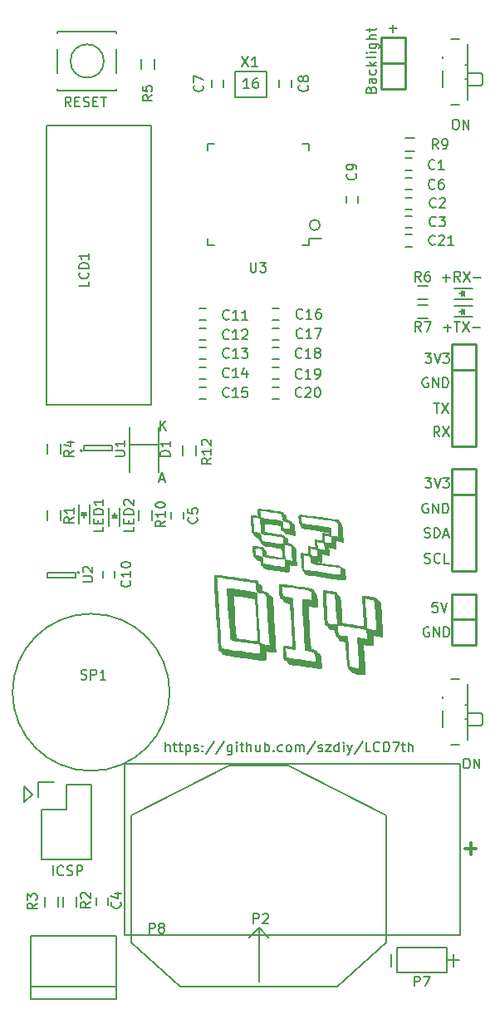
<source format=gbr>
G04 #@! TF.FileFunction,Legend,Top*
%FSLAX45Y45*%
G04 Gerber Fmt 4.5, Leading zero omitted, Abs format (unit mm)*
G04 Created by KiCad (PCBNEW 4.0.5+dfsg1-4) date Sat Jun 24 23:26:37 2017*
%MOMM*%
%LPD*%
G01*
G04 APERTURE LIST*
%ADD10C,0.100000*%
%ADD11C,0.200000*%
%ADD12C,0.300000*%
%ADD13C,0.150000*%
%ADD14C,0.010000*%
%ADD15C,0.254000*%
G04 APERTURE END LIST*
D10*
D11*
X4120000Y-12120000D02*
X4120000Y-11960000D01*
X4200000Y-12040000D02*
X4120000Y-12120000D01*
X4120000Y-11960000D02*
X4200000Y-12040000D01*
D12*
X8612857Y-12590714D02*
X8727143Y-12590714D01*
X8670000Y-12647857D02*
X8670000Y-12533571D01*
D13*
X7652857Y-4860476D02*
X7657619Y-4846191D01*
X7662381Y-4841429D01*
X7671905Y-4836667D01*
X7686190Y-4836667D01*
X7695714Y-4841429D01*
X7700476Y-4846191D01*
X7705238Y-4855714D01*
X7705238Y-4893810D01*
X7605238Y-4893810D01*
X7605238Y-4860476D01*
X7610000Y-4850952D01*
X7614762Y-4846191D01*
X7624286Y-4841429D01*
X7633809Y-4841429D01*
X7643333Y-4846191D01*
X7648095Y-4850952D01*
X7652857Y-4860476D01*
X7652857Y-4893810D01*
X7705238Y-4750952D02*
X7652857Y-4750952D01*
X7643333Y-4755714D01*
X7638571Y-4765238D01*
X7638571Y-4784286D01*
X7643333Y-4793810D01*
X7700476Y-4750952D02*
X7705238Y-4760476D01*
X7705238Y-4784286D01*
X7700476Y-4793810D01*
X7690952Y-4798572D01*
X7681429Y-4798572D01*
X7671905Y-4793810D01*
X7667143Y-4784286D01*
X7667143Y-4760476D01*
X7662381Y-4750952D01*
X7700476Y-4660476D02*
X7705238Y-4670000D01*
X7705238Y-4689048D01*
X7700476Y-4698572D01*
X7695714Y-4703333D01*
X7686190Y-4708095D01*
X7657619Y-4708095D01*
X7648095Y-4703333D01*
X7643333Y-4698572D01*
X7638571Y-4689048D01*
X7638571Y-4670000D01*
X7643333Y-4660476D01*
X7705238Y-4617619D02*
X7605238Y-4617619D01*
X7667143Y-4608095D02*
X7705238Y-4579524D01*
X7638571Y-4579524D02*
X7676667Y-4617619D01*
X7705238Y-4522381D02*
X7700476Y-4531905D01*
X7690952Y-4536667D01*
X7605238Y-4536667D01*
X7705238Y-4484286D02*
X7638571Y-4484286D01*
X7605238Y-4484286D02*
X7610000Y-4489048D01*
X7614762Y-4484286D01*
X7610000Y-4479524D01*
X7605238Y-4484286D01*
X7614762Y-4484286D01*
X7638571Y-4393810D02*
X7719524Y-4393810D01*
X7729048Y-4398571D01*
X7733809Y-4403333D01*
X7738571Y-4412857D01*
X7738571Y-4427143D01*
X7733809Y-4436667D01*
X7700476Y-4393810D02*
X7705238Y-4403333D01*
X7705238Y-4422381D01*
X7700476Y-4431905D01*
X7695714Y-4436667D01*
X7686190Y-4441429D01*
X7657619Y-4441429D01*
X7648095Y-4436667D01*
X7643333Y-4431905D01*
X7638571Y-4422381D01*
X7638571Y-4403333D01*
X7643333Y-4393810D01*
X7705238Y-4346191D02*
X7605238Y-4346191D01*
X7705238Y-4303333D02*
X7652857Y-4303333D01*
X7643333Y-4308095D01*
X7638571Y-4317619D01*
X7638571Y-4331905D01*
X7643333Y-4341429D01*
X7648095Y-4346191D01*
X7638571Y-4270000D02*
X7638571Y-4231905D01*
X7605238Y-4255714D02*
X7690952Y-4255714D01*
X7700476Y-4250952D01*
X7705238Y-4241429D01*
X7705238Y-4231905D01*
X5560476Y-11605238D02*
X5560476Y-11505238D01*
X5603333Y-11605238D02*
X5603333Y-11552857D01*
X5598571Y-11543333D01*
X5589048Y-11538571D01*
X5574762Y-11538571D01*
X5565238Y-11543333D01*
X5560476Y-11548095D01*
X5636667Y-11538571D02*
X5674762Y-11538571D01*
X5650952Y-11505238D02*
X5650952Y-11590952D01*
X5655714Y-11600476D01*
X5665238Y-11605238D01*
X5674762Y-11605238D01*
X5693809Y-11538571D02*
X5731905Y-11538571D01*
X5708095Y-11505238D02*
X5708095Y-11590952D01*
X5712857Y-11600476D01*
X5722381Y-11605238D01*
X5731905Y-11605238D01*
X5765238Y-11538571D02*
X5765238Y-11638571D01*
X5765238Y-11543333D02*
X5774762Y-11538571D01*
X5793810Y-11538571D01*
X5803333Y-11543333D01*
X5808095Y-11548095D01*
X5812857Y-11557619D01*
X5812857Y-11586190D01*
X5808095Y-11595714D01*
X5803333Y-11600476D01*
X5793810Y-11605238D01*
X5774762Y-11605238D01*
X5765238Y-11600476D01*
X5850952Y-11600476D02*
X5860476Y-11605238D01*
X5879524Y-11605238D01*
X5889048Y-11600476D01*
X5893810Y-11590952D01*
X5893810Y-11586190D01*
X5889048Y-11576667D01*
X5879524Y-11571905D01*
X5865238Y-11571905D01*
X5855714Y-11567143D01*
X5850952Y-11557619D01*
X5850952Y-11552857D01*
X5855714Y-11543333D01*
X5865238Y-11538571D01*
X5879524Y-11538571D01*
X5889048Y-11543333D01*
X5936667Y-11595714D02*
X5941429Y-11600476D01*
X5936667Y-11605238D01*
X5931905Y-11600476D01*
X5936667Y-11595714D01*
X5936667Y-11605238D01*
X5936667Y-11543333D02*
X5941429Y-11548095D01*
X5936667Y-11552857D01*
X5931905Y-11548095D01*
X5936667Y-11543333D01*
X5936667Y-11552857D01*
X6055714Y-11500476D02*
X5970000Y-11629048D01*
X6160476Y-11500476D02*
X6074762Y-11629048D01*
X6236667Y-11538571D02*
X6236667Y-11619524D01*
X6231905Y-11629048D01*
X6227143Y-11633809D01*
X6217619Y-11638571D01*
X6203333Y-11638571D01*
X6193809Y-11633809D01*
X6236667Y-11600476D02*
X6227143Y-11605238D01*
X6208095Y-11605238D01*
X6198571Y-11600476D01*
X6193809Y-11595714D01*
X6189048Y-11586190D01*
X6189048Y-11557619D01*
X6193809Y-11548095D01*
X6198571Y-11543333D01*
X6208095Y-11538571D01*
X6227143Y-11538571D01*
X6236667Y-11543333D01*
X6284286Y-11605238D02*
X6284286Y-11538571D01*
X6284286Y-11505238D02*
X6279524Y-11510000D01*
X6284286Y-11514762D01*
X6289048Y-11510000D01*
X6284286Y-11505238D01*
X6284286Y-11514762D01*
X6317619Y-11538571D02*
X6355714Y-11538571D01*
X6331905Y-11505238D02*
X6331905Y-11590952D01*
X6336667Y-11600476D01*
X6346190Y-11605238D01*
X6355714Y-11605238D01*
X6389048Y-11605238D02*
X6389048Y-11505238D01*
X6431905Y-11605238D02*
X6431905Y-11552857D01*
X6427143Y-11543333D01*
X6417619Y-11538571D01*
X6403333Y-11538571D01*
X6393809Y-11543333D01*
X6389048Y-11548095D01*
X6522381Y-11538571D02*
X6522381Y-11605238D01*
X6479524Y-11538571D02*
X6479524Y-11590952D01*
X6484286Y-11600476D01*
X6493809Y-11605238D01*
X6508095Y-11605238D01*
X6517619Y-11600476D01*
X6522381Y-11595714D01*
X6570000Y-11605238D02*
X6570000Y-11505238D01*
X6570000Y-11543333D02*
X6579524Y-11538571D01*
X6598571Y-11538571D01*
X6608095Y-11543333D01*
X6612857Y-11548095D01*
X6617619Y-11557619D01*
X6617619Y-11586190D01*
X6612857Y-11595714D01*
X6608095Y-11600476D01*
X6598571Y-11605238D01*
X6579524Y-11605238D01*
X6570000Y-11600476D01*
X6660476Y-11595714D02*
X6665238Y-11600476D01*
X6660476Y-11605238D01*
X6655714Y-11600476D01*
X6660476Y-11595714D01*
X6660476Y-11605238D01*
X6750952Y-11600476D02*
X6741429Y-11605238D01*
X6722381Y-11605238D01*
X6712857Y-11600476D01*
X6708095Y-11595714D01*
X6703333Y-11586190D01*
X6703333Y-11557619D01*
X6708095Y-11548095D01*
X6712857Y-11543333D01*
X6722381Y-11538571D01*
X6741429Y-11538571D01*
X6750952Y-11543333D01*
X6808095Y-11605238D02*
X6798571Y-11600476D01*
X6793809Y-11595714D01*
X6789048Y-11586190D01*
X6789048Y-11557619D01*
X6793809Y-11548095D01*
X6798571Y-11543333D01*
X6808095Y-11538571D01*
X6822381Y-11538571D01*
X6831905Y-11543333D01*
X6836667Y-11548095D01*
X6841429Y-11557619D01*
X6841429Y-11586190D01*
X6836667Y-11595714D01*
X6831905Y-11600476D01*
X6822381Y-11605238D01*
X6808095Y-11605238D01*
X6884286Y-11605238D02*
X6884286Y-11538571D01*
X6884286Y-11548095D02*
X6889048Y-11543333D01*
X6898571Y-11538571D01*
X6912857Y-11538571D01*
X6922381Y-11543333D01*
X6927143Y-11552857D01*
X6927143Y-11605238D01*
X6927143Y-11552857D02*
X6931905Y-11543333D01*
X6941429Y-11538571D01*
X6955714Y-11538571D01*
X6965238Y-11543333D01*
X6970000Y-11552857D01*
X6970000Y-11605238D01*
X7089048Y-11500476D02*
X7003333Y-11629048D01*
X7117619Y-11600476D02*
X7127143Y-11605238D01*
X7146190Y-11605238D01*
X7155714Y-11600476D01*
X7160476Y-11590952D01*
X7160476Y-11586190D01*
X7155714Y-11576667D01*
X7146190Y-11571905D01*
X7131905Y-11571905D01*
X7122381Y-11567143D01*
X7117619Y-11557619D01*
X7117619Y-11552857D01*
X7122381Y-11543333D01*
X7131905Y-11538571D01*
X7146190Y-11538571D01*
X7155714Y-11543333D01*
X7193809Y-11538571D02*
X7246190Y-11538571D01*
X7193809Y-11605238D01*
X7246190Y-11605238D01*
X7327143Y-11605238D02*
X7327143Y-11505238D01*
X7327143Y-11600476D02*
X7317619Y-11605238D01*
X7298571Y-11605238D01*
X7289048Y-11600476D01*
X7284286Y-11595714D01*
X7279524Y-11586190D01*
X7279524Y-11557619D01*
X7284286Y-11548095D01*
X7289048Y-11543333D01*
X7298571Y-11538571D01*
X7317619Y-11538571D01*
X7327143Y-11543333D01*
X7374762Y-11605238D02*
X7374762Y-11538571D01*
X7374762Y-11505238D02*
X7370000Y-11510000D01*
X7374762Y-11514762D01*
X7379524Y-11510000D01*
X7374762Y-11505238D01*
X7374762Y-11514762D01*
X7412857Y-11538571D02*
X7436667Y-11605238D01*
X7460476Y-11538571D02*
X7436667Y-11605238D01*
X7427143Y-11629048D01*
X7422381Y-11633809D01*
X7412857Y-11638571D01*
X7570000Y-11500476D02*
X7484286Y-11629048D01*
X7650952Y-11605238D02*
X7603333Y-11605238D01*
X7603333Y-11505238D01*
X7741429Y-11595714D02*
X7736667Y-11600476D01*
X7722381Y-11605238D01*
X7712857Y-11605238D01*
X7698571Y-11600476D01*
X7689048Y-11590952D01*
X7684286Y-11581429D01*
X7679524Y-11562381D01*
X7679524Y-11548095D01*
X7684286Y-11529048D01*
X7689048Y-11519524D01*
X7698571Y-11510000D01*
X7712857Y-11505238D01*
X7722381Y-11505238D01*
X7736667Y-11510000D01*
X7741429Y-11514762D01*
X7784286Y-11605238D02*
X7784286Y-11505238D01*
X7808095Y-11505238D01*
X7822381Y-11510000D01*
X7831905Y-11519524D01*
X7836667Y-11529048D01*
X7841429Y-11548095D01*
X7841429Y-11562381D01*
X7836667Y-11581429D01*
X7831905Y-11590952D01*
X7822381Y-11600476D01*
X7808095Y-11605238D01*
X7784286Y-11605238D01*
X7874762Y-11505238D02*
X7941429Y-11505238D01*
X7898571Y-11605238D01*
X7965238Y-11538571D02*
X8003333Y-11538571D01*
X7979524Y-11505238D02*
X7979524Y-11590952D01*
X7984286Y-11600476D01*
X7993809Y-11605238D01*
X8003333Y-11605238D01*
X8036667Y-11605238D02*
X8036667Y-11505238D01*
X8079524Y-11605238D02*
X8079524Y-11552857D01*
X8074762Y-11543333D01*
X8065238Y-11538571D01*
X8050952Y-11538571D01*
X8041429Y-11543333D01*
X8036667Y-11548095D01*
X8618095Y-11675238D02*
X8637143Y-11675238D01*
X8646667Y-11680000D01*
X8656191Y-11689524D01*
X8660952Y-11708571D01*
X8660952Y-11741905D01*
X8656191Y-11760952D01*
X8646667Y-11770476D01*
X8637143Y-11775238D01*
X8618095Y-11775238D01*
X8608571Y-11770476D01*
X8599048Y-11760952D01*
X8594286Y-11741905D01*
X8594286Y-11708571D01*
X8599048Y-11689524D01*
X8608571Y-11680000D01*
X8618095Y-11675238D01*
X8703810Y-11775238D02*
X8703810Y-11675238D01*
X8760952Y-11775238D01*
X8760952Y-11675238D01*
X8508095Y-5165238D02*
X8527143Y-5165238D01*
X8536667Y-5170000D01*
X8546191Y-5179524D01*
X8550952Y-5198571D01*
X8550952Y-5231905D01*
X8546191Y-5250952D01*
X8536667Y-5260476D01*
X8527143Y-5265238D01*
X8508095Y-5265238D01*
X8498571Y-5260476D01*
X8489048Y-5250952D01*
X8484286Y-5231905D01*
X8484286Y-5198571D01*
X8489048Y-5179524D01*
X8498571Y-5170000D01*
X8508095Y-5165238D01*
X8593810Y-5265238D02*
X8593810Y-5165238D01*
X8650952Y-5265238D01*
X8650952Y-5165238D01*
X8243810Y-10340000D02*
X8234286Y-10335238D01*
X8220000Y-10335238D01*
X8205714Y-10340000D01*
X8196190Y-10349524D01*
X8191429Y-10359048D01*
X8186667Y-10378095D01*
X8186667Y-10392381D01*
X8191429Y-10411429D01*
X8196190Y-10420952D01*
X8205714Y-10430476D01*
X8220000Y-10435238D01*
X8229524Y-10435238D01*
X8243810Y-10430476D01*
X8248571Y-10425714D01*
X8248571Y-10392381D01*
X8229524Y-10392381D01*
X8291429Y-10435238D02*
X8291429Y-10335238D01*
X8348571Y-10435238D01*
X8348571Y-10335238D01*
X8396191Y-10435238D02*
X8396191Y-10335238D01*
X8420000Y-10335238D01*
X8434286Y-10340000D01*
X8443810Y-10349524D01*
X8448572Y-10359048D01*
X8453333Y-10378095D01*
X8453333Y-10392381D01*
X8448572Y-10411429D01*
X8443810Y-10420952D01*
X8434286Y-10430476D01*
X8420000Y-10435238D01*
X8396191Y-10435238D01*
X8330952Y-10085238D02*
X8283333Y-10085238D01*
X8278571Y-10132857D01*
X8283333Y-10128095D01*
X8292857Y-10123333D01*
X8316667Y-10123333D01*
X8326190Y-10128095D01*
X8330952Y-10132857D01*
X8335714Y-10142381D01*
X8335714Y-10166191D01*
X8330952Y-10175714D01*
X8326190Y-10180476D01*
X8316667Y-10185238D01*
X8292857Y-10185238D01*
X8283333Y-10180476D01*
X8278571Y-10175714D01*
X8364286Y-10085238D02*
X8397619Y-10185238D01*
X8430952Y-10085238D01*
X6410952Y-4845238D02*
X6353809Y-4845238D01*
X6382381Y-4845238D02*
X6382381Y-4745238D01*
X6372857Y-4759524D01*
X6363333Y-4769048D01*
X6353809Y-4773810D01*
X6496667Y-4745238D02*
X6477619Y-4745238D01*
X6468095Y-4750000D01*
X6463333Y-4754762D01*
X6453809Y-4769048D01*
X6449048Y-4788095D01*
X6449048Y-4826191D01*
X6453809Y-4835714D01*
X6458571Y-4840476D01*
X6468095Y-4845238D01*
X6487143Y-4845238D01*
X6496667Y-4840476D01*
X6501429Y-4835714D01*
X6506190Y-4826191D01*
X6506190Y-4802381D01*
X6501429Y-4792857D01*
X6496667Y-4788095D01*
X6487143Y-4783333D01*
X6468095Y-4783333D01*
X6458571Y-4788095D01*
X6453809Y-4792857D01*
X6449048Y-4802381D01*
D11*
X7133852Y-6240000D02*
G75*
G03X7133852Y-6240000I-53852J0D01*
G01*
D13*
X8200952Y-9680476D02*
X8215238Y-9685238D01*
X8239048Y-9685238D01*
X8248571Y-9680476D01*
X8253333Y-9675714D01*
X8258095Y-9666191D01*
X8258095Y-9656667D01*
X8253333Y-9647143D01*
X8248571Y-9642381D01*
X8239048Y-9637619D01*
X8220000Y-9632857D01*
X8210476Y-9628095D01*
X8205714Y-9623333D01*
X8200952Y-9613810D01*
X8200952Y-9604286D01*
X8205714Y-9594762D01*
X8210476Y-9590000D01*
X8220000Y-9585238D01*
X8243810Y-9585238D01*
X8258095Y-9590000D01*
X8358095Y-9675714D02*
X8353333Y-9680476D01*
X8339048Y-9685238D01*
X8329524Y-9685238D01*
X8315238Y-9680476D01*
X8305714Y-9670952D01*
X8300952Y-9661429D01*
X8296190Y-9642381D01*
X8296190Y-9628095D01*
X8300952Y-9609048D01*
X8305714Y-9599524D01*
X8315238Y-9590000D01*
X8329524Y-9585238D01*
X8339048Y-9585238D01*
X8353333Y-9590000D01*
X8358095Y-9594762D01*
X8448572Y-9685238D02*
X8400952Y-9685238D01*
X8400952Y-9585238D01*
X8198571Y-9420476D02*
X8212857Y-9425238D01*
X8236667Y-9425238D01*
X8246190Y-9420476D01*
X8250952Y-9415714D01*
X8255714Y-9406191D01*
X8255714Y-9396667D01*
X8250952Y-9387143D01*
X8246190Y-9382381D01*
X8236667Y-9377619D01*
X8217619Y-9372857D01*
X8208095Y-9368095D01*
X8203333Y-9363333D01*
X8198571Y-9353810D01*
X8198571Y-9344286D01*
X8203333Y-9334762D01*
X8208095Y-9330000D01*
X8217619Y-9325238D01*
X8241429Y-9325238D01*
X8255714Y-9330000D01*
X8298571Y-9425238D02*
X8298571Y-9325238D01*
X8322381Y-9325238D01*
X8336667Y-9330000D01*
X8346190Y-9339524D01*
X8350952Y-9349048D01*
X8355714Y-9368095D01*
X8355714Y-9382381D01*
X8350952Y-9401429D01*
X8346190Y-9410952D01*
X8336667Y-9420476D01*
X8322381Y-9425238D01*
X8298571Y-9425238D01*
X8393810Y-9396667D02*
X8441429Y-9396667D01*
X8384286Y-9425238D02*
X8417619Y-9325238D01*
X8450952Y-9425238D01*
X8233810Y-9080000D02*
X8224286Y-9075238D01*
X8210000Y-9075238D01*
X8195714Y-9080000D01*
X8186190Y-9089524D01*
X8181429Y-9099048D01*
X8176667Y-9118095D01*
X8176667Y-9132381D01*
X8181429Y-9151429D01*
X8186190Y-9160952D01*
X8195714Y-9170476D01*
X8210000Y-9175238D01*
X8219524Y-9175238D01*
X8233810Y-9170476D01*
X8238571Y-9165714D01*
X8238571Y-9132381D01*
X8219524Y-9132381D01*
X8281429Y-9175238D02*
X8281429Y-9075238D01*
X8338571Y-9175238D01*
X8338571Y-9075238D01*
X8386190Y-9175238D02*
X8386190Y-9075238D01*
X8410000Y-9075238D01*
X8424286Y-9080000D01*
X8433810Y-9089524D01*
X8438572Y-9099048D01*
X8443333Y-9118095D01*
X8443333Y-9132381D01*
X8438572Y-9151429D01*
X8433810Y-9160952D01*
X8424286Y-9170476D01*
X8410000Y-9175238D01*
X8386190Y-9175238D01*
X8206190Y-8815238D02*
X8268095Y-8815238D01*
X8234762Y-8853333D01*
X8249048Y-8853333D01*
X8258571Y-8858095D01*
X8263333Y-8862857D01*
X8268095Y-8872381D01*
X8268095Y-8896191D01*
X8263333Y-8905714D01*
X8258571Y-8910476D01*
X8249048Y-8915238D01*
X8220476Y-8915238D01*
X8210952Y-8910476D01*
X8206190Y-8905714D01*
X8296667Y-8815238D02*
X8330000Y-8915238D01*
X8363333Y-8815238D01*
X8387143Y-8815238D02*
X8449048Y-8815238D01*
X8415714Y-8853333D01*
X8430000Y-8853333D01*
X8439524Y-8858095D01*
X8444286Y-8862857D01*
X8449048Y-8872381D01*
X8449048Y-8896191D01*
X8444286Y-8905714D01*
X8439524Y-8910476D01*
X8430000Y-8915238D01*
X8401429Y-8915238D01*
X8391905Y-8910476D01*
X8387143Y-8905714D01*
X8353333Y-8395238D02*
X8320000Y-8347619D01*
X8296190Y-8395238D02*
X8296190Y-8295238D01*
X8334286Y-8295238D01*
X8343810Y-8300000D01*
X8348571Y-8304762D01*
X8353333Y-8314286D01*
X8353333Y-8328571D01*
X8348571Y-8338095D01*
X8343810Y-8342857D01*
X8334286Y-8347619D01*
X8296190Y-8347619D01*
X8386667Y-8295238D02*
X8453333Y-8395238D01*
X8453333Y-8295238D02*
X8386667Y-8395238D01*
X8293809Y-8055238D02*
X8350952Y-8055238D01*
X8322381Y-8155238D02*
X8322381Y-8055238D01*
X8374762Y-8055238D02*
X8441429Y-8155238D01*
X8441429Y-8055238D02*
X8374762Y-8155238D01*
X8233810Y-7800000D02*
X8224286Y-7795238D01*
X8210000Y-7795238D01*
X8195714Y-7800000D01*
X8186190Y-7809524D01*
X8181429Y-7819048D01*
X8176667Y-7838095D01*
X8176667Y-7852381D01*
X8181429Y-7871429D01*
X8186190Y-7880952D01*
X8195714Y-7890476D01*
X8210000Y-7895238D01*
X8219524Y-7895238D01*
X8233810Y-7890476D01*
X8238571Y-7885714D01*
X8238571Y-7852381D01*
X8219524Y-7852381D01*
X8281429Y-7895238D02*
X8281429Y-7795238D01*
X8338571Y-7895238D01*
X8338571Y-7795238D01*
X8386190Y-7895238D02*
X8386190Y-7795238D01*
X8410000Y-7795238D01*
X8424286Y-7800000D01*
X8433810Y-7809524D01*
X8438572Y-7819048D01*
X8443333Y-7838095D01*
X8443333Y-7852381D01*
X8438572Y-7871429D01*
X8433810Y-7880952D01*
X8424286Y-7890476D01*
X8410000Y-7895238D01*
X8386190Y-7895238D01*
X8206190Y-7545238D02*
X8268095Y-7545238D01*
X8234762Y-7583333D01*
X8249048Y-7583333D01*
X8258571Y-7588095D01*
X8263333Y-7592857D01*
X8268095Y-7602381D01*
X8268095Y-7626190D01*
X8263333Y-7635714D01*
X8258571Y-7640476D01*
X8249048Y-7645238D01*
X8220476Y-7645238D01*
X8210952Y-7640476D01*
X8206190Y-7635714D01*
X8296667Y-7545238D02*
X8330000Y-7645238D01*
X8363333Y-7545238D01*
X8387143Y-7545238D02*
X8449048Y-7545238D01*
X8415714Y-7583333D01*
X8430000Y-7583333D01*
X8439524Y-7588095D01*
X8444286Y-7592857D01*
X8449048Y-7602381D01*
X8449048Y-7626190D01*
X8444286Y-7635714D01*
X8439524Y-7640476D01*
X8430000Y-7645238D01*
X8401429Y-7645238D01*
X8391905Y-7640476D01*
X8387143Y-7635714D01*
X8394286Y-7287143D02*
X8470476Y-7287143D01*
X8432381Y-7325238D02*
X8432381Y-7249048D01*
X8503810Y-7225238D02*
X8560952Y-7225238D01*
X8532381Y-7325238D02*
X8532381Y-7225238D01*
X8584762Y-7225238D02*
X8651429Y-7325238D01*
X8651429Y-7225238D02*
X8584762Y-7325238D01*
X8689524Y-7287143D02*
X8765714Y-7287143D01*
X8382381Y-6777143D02*
X8458572Y-6777143D01*
X8420476Y-6815238D02*
X8420476Y-6739048D01*
X8563333Y-6815238D02*
X8530000Y-6767619D01*
X8506191Y-6815238D02*
X8506191Y-6715238D01*
X8544286Y-6715238D01*
X8553810Y-6720000D01*
X8558572Y-6724762D01*
X8563333Y-6734286D01*
X8563333Y-6748571D01*
X8558572Y-6758095D01*
X8553810Y-6762857D01*
X8544286Y-6767619D01*
X8506191Y-6767619D01*
X8596667Y-6715238D02*
X8663333Y-6815238D01*
X8663333Y-6715238D02*
X8596667Y-6815238D01*
X8701429Y-6777143D02*
X8777619Y-6777143D01*
X4412381Y-12865238D02*
X4412381Y-12765238D01*
X4517143Y-12855714D02*
X4512381Y-12860476D01*
X4498095Y-12865238D01*
X4488572Y-12865238D01*
X4474286Y-12860476D01*
X4464762Y-12850952D01*
X4460000Y-12841429D01*
X4455238Y-12822381D01*
X4455238Y-12808095D01*
X4460000Y-12789048D01*
X4464762Y-12779524D01*
X4474286Y-12770000D01*
X4488572Y-12765238D01*
X4498095Y-12765238D01*
X4512381Y-12770000D01*
X4517143Y-12774762D01*
X4555238Y-12860476D02*
X4569524Y-12865238D01*
X4593333Y-12865238D01*
X4602857Y-12860476D01*
X4607619Y-12855714D01*
X4612381Y-12846190D01*
X4612381Y-12836667D01*
X4607619Y-12827143D01*
X4602857Y-12822381D01*
X4593333Y-12817619D01*
X4574286Y-12812857D01*
X4564762Y-12808095D01*
X4560000Y-12803333D01*
X4555238Y-12793809D01*
X4555238Y-12784286D01*
X4560000Y-12774762D01*
X4564762Y-12770000D01*
X4574286Y-12765238D01*
X4598095Y-12765238D01*
X4612381Y-12770000D01*
X4655238Y-12865238D02*
X4655238Y-12765238D01*
X4693333Y-12765238D01*
X4702857Y-12770000D01*
X4707619Y-12774762D01*
X4712381Y-12784286D01*
X4712381Y-12798571D01*
X4707619Y-12808095D01*
X4702857Y-12812857D01*
X4693333Y-12817619D01*
X4655238Y-12817619D01*
X4594762Y-5035238D02*
X4561429Y-4987619D01*
X4537619Y-5035238D02*
X4537619Y-4935238D01*
X4575714Y-4935238D01*
X4585238Y-4940000D01*
X4590000Y-4944762D01*
X4594762Y-4954286D01*
X4594762Y-4968571D01*
X4590000Y-4978095D01*
X4585238Y-4982857D01*
X4575714Y-4987619D01*
X4537619Y-4987619D01*
X4637619Y-4982857D02*
X4670952Y-4982857D01*
X4685238Y-5035238D02*
X4637619Y-5035238D01*
X4637619Y-4935238D01*
X4685238Y-4935238D01*
X4723333Y-5030476D02*
X4737619Y-5035238D01*
X4761429Y-5035238D01*
X4770952Y-5030476D01*
X4775714Y-5025714D01*
X4780476Y-5016191D01*
X4780476Y-5006667D01*
X4775714Y-4997143D01*
X4770952Y-4992381D01*
X4761429Y-4987619D01*
X4742381Y-4982857D01*
X4732857Y-4978095D01*
X4728095Y-4973333D01*
X4723333Y-4963810D01*
X4723333Y-4954286D01*
X4728095Y-4944762D01*
X4732857Y-4940000D01*
X4742381Y-4935238D01*
X4766191Y-4935238D01*
X4780476Y-4940000D01*
X4823333Y-4982857D02*
X4856667Y-4982857D01*
X4870952Y-5035238D02*
X4823333Y-5035238D01*
X4823333Y-4935238D01*
X4870952Y-4935238D01*
X4899524Y-4935238D02*
X4956667Y-4935238D01*
X4928095Y-5035238D02*
X4928095Y-4935238D01*
X7841905Y-4237143D02*
X7918095Y-4237143D01*
X7880000Y-4275238D02*
X7880000Y-4199048D01*
X8612500Y-11125000D02*
X8642500Y-11125000D01*
X8612500Y-11275000D02*
X8642500Y-11275000D01*
X8382500Y-11060000D02*
X8382500Y-11040000D01*
X8772500Y-11340000D02*
X8792500Y-11320000D01*
X8772500Y-11210000D02*
X8792500Y-11230000D01*
X8642500Y-11340000D02*
X8772500Y-11340000D01*
X8792500Y-11320000D02*
X8792500Y-11230000D01*
X8772500Y-11210000D02*
X8642500Y-11210000D01*
X8642500Y-11485000D02*
X8642500Y-10915000D01*
X8382500Y-11360000D02*
X8382500Y-11190000D01*
X8472500Y-11535000D02*
X8552500Y-11535000D01*
X8552500Y-10865000D02*
X8472500Y-10865000D01*
X4710000Y-8540000D02*
G75*
G03X4710000Y-8540000I-10000J0D01*
G01*
X4725000Y-8485000D02*
X4725000Y-8535000D01*
X5015000Y-8485000D02*
X4725000Y-8485000D01*
X5015000Y-8535000D02*
X5015000Y-8485000D01*
X4725000Y-8535000D02*
X5015000Y-8535000D01*
X4680000Y-9780000D02*
G75*
G03X4680000Y-9780000I-10000J0D01*
G01*
X4645000Y-9835000D02*
X4645000Y-9785000D01*
X4355000Y-9835000D02*
X4645000Y-9835000D01*
X4355000Y-9785000D02*
X4355000Y-9835000D01*
X4645000Y-9785000D02*
X4355000Y-9785000D01*
X7859500Y-13666500D02*
X7859500Y-13793500D01*
X8431000Y-13730000D02*
X8558000Y-13730000D01*
X8494500Y-13793500D02*
X8494500Y-13666500D01*
X7923000Y-13603000D02*
X8431000Y-13603000D01*
X8431000Y-13603000D02*
X8431000Y-13857000D01*
X8431000Y-13857000D02*
X7923000Y-13857000D01*
X7923000Y-13857000D02*
X7923000Y-13603000D01*
X8612500Y-4605000D02*
X8642500Y-4605000D01*
X8612500Y-4755000D02*
X8642500Y-4755000D01*
X8382500Y-4540000D02*
X8382500Y-4520000D01*
X8772500Y-4820000D02*
X8792500Y-4800000D01*
X8772500Y-4690000D02*
X8792500Y-4710000D01*
X8642500Y-4820000D02*
X8772500Y-4820000D01*
X8792500Y-4800000D02*
X8792500Y-4710000D01*
X8772500Y-4690000D02*
X8642500Y-4690000D01*
X8642500Y-4965000D02*
X8642500Y-4395000D01*
X8382500Y-4840000D02*
X8382500Y-4670000D01*
X8472500Y-5015000D02*
X8552500Y-5015000D01*
X8552500Y-4345000D02*
X8472500Y-4345000D01*
X7019900Y-6448400D02*
X7019900Y-6380900D01*
X5984900Y-6448400D02*
X5984900Y-6380900D01*
X5984900Y-5413400D02*
X5984900Y-5480900D01*
X7019900Y-5413400D02*
X7019900Y-5480900D01*
X7019900Y-6448400D02*
X6952400Y-6448400D01*
X7019900Y-5413400D02*
X6952400Y-5413400D01*
X5984900Y-5413400D02*
X6052400Y-5413400D01*
X5984900Y-6448400D02*
X6052400Y-6448400D01*
X7019900Y-6380900D02*
X7147400Y-6380900D01*
X4187710Y-14123146D02*
X5057710Y-14123146D01*
X4187710Y-13482646D02*
X5057710Y-13482646D01*
X5057710Y-13482646D02*
X5057710Y-14123146D01*
X5057710Y-14000146D02*
X4187710Y-14000146D01*
X4187710Y-14123146D02*
X4187710Y-13482646D01*
X5140000Y-12600000D02*
X5140000Y-11730000D01*
X5140000Y-11730000D02*
X8560000Y-11730000D01*
X8560000Y-11730000D02*
X8560000Y-13470000D01*
X8560000Y-13470000D02*
X5140000Y-13470000D01*
X5140000Y-13470000D02*
X5140000Y-12600000D01*
X4293000Y-12197000D02*
X4293000Y-12705000D01*
X4265000Y-11915000D02*
X4420000Y-11915000D01*
X4547000Y-11943000D02*
X4547000Y-12197000D01*
X4547000Y-12197000D02*
X4293000Y-12197000D01*
X4293000Y-12705000D02*
X4801000Y-12705000D01*
X4801000Y-12705000D02*
X4801000Y-12197000D01*
X4265000Y-11915000D02*
X4265000Y-12070000D01*
X4801000Y-11943000D02*
X4547000Y-11943000D01*
X4801000Y-12197000D02*
X4801000Y-11943000D01*
X5410000Y-8070000D02*
X4350000Y-8070000D01*
X4350000Y-8070000D02*
X4350000Y-5230000D01*
X4350000Y-5230000D02*
X5410000Y-5230000D01*
X5410000Y-5230000D02*
X5410000Y-8070000D01*
X8075000Y-5680000D02*
X8005000Y-5680000D01*
X8005000Y-5560000D02*
X8075000Y-5560000D01*
X8075000Y-6080000D02*
X8005000Y-6080000D01*
X8005000Y-5960000D02*
X8075000Y-5960000D01*
X8075000Y-6270000D02*
X8005000Y-6270000D01*
X8005000Y-6150000D02*
X8075000Y-6150000D01*
X4850000Y-13165000D02*
X4850000Y-13095000D01*
X4970000Y-13095000D02*
X4970000Y-13165000D01*
X5740000Y-9165000D02*
X5740000Y-9235000D01*
X5620000Y-9235000D02*
X5620000Y-9165000D01*
X8075000Y-5880000D02*
X8005000Y-5880000D01*
X8005000Y-5760000D02*
X8075000Y-5760000D01*
X6030000Y-4835000D02*
X6030000Y-4765000D01*
X6150000Y-4765000D02*
X6150000Y-4835000D01*
X6840000Y-4765000D02*
X6840000Y-4835000D01*
X6720000Y-4835000D02*
X6720000Y-4765000D01*
X7400000Y-6015000D02*
X7400000Y-5945000D01*
X7520000Y-5945000D02*
X7520000Y-6015000D01*
X5040000Y-9765000D02*
X5040000Y-9835000D01*
X4920000Y-9835000D02*
X4920000Y-9765000D01*
X5905000Y-7090000D02*
X5975000Y-7090000D01*
X5975000Y-7210000D02*
X5905000Y-7210000D01*
X5905000Y-7290000D02*
X5975000Y-7290000D01*
X5975000Y-7410000D02*
X5905000Y-7410000D01*
X5905000Y-7490000D02*
X5975000Y-7490000D01*
X5975000Y-7610000D02*
X5905000Y-7610000D01*
X5905000Y-7690000D02*
X5975000Y-7690000D01*
X5975000Y-7810000D02*
X5905000Y-7810000D01*
X5905000Y-7890000D02*
X5975000Y-7890000D01*
X5975000Y-8010000D02*
X5905000Y-8010000D01*
X6650000Y-7090000D02*
X6720000Y-7090000D01*
X6720000Y-7210000D02*
X6650000Y-7210000D01*
X6650000Y-7290000D02*
X6720000Y-7290000D01*
X6720000Y-7410000D02*
X6650000Y-7410000D01*
X6650000Y-7490000D02*
X6720000Y-7490000D01*
X6720000Y-7610000D02*
X6650000Y-7610000D01*
X6650000Y-7690000D02*
X6720000Y-7690000D01*
X6720000Y-7810000D02*
X6650000Y-7810000D01*
X6650000Y-7890000D02*
X6720000Y-7890000D01*
X6720000Y-8010000D02*
X6650000Y-8010000D01*
X8005000Y-6340000D02*
X8075000Y-6340000D01*
X8075000Y-6460000D02*
X8005000Y-6460000D01*
X5195000Y-8475000D02*
X5485000Y-8475000D01*
X5485000Y-8300000D02*
X5485000Y-8760000D01*
X5195000Y-8760000D02*
X5195000Y-8300000D01*
X8690000Y-6885000D02*
X8500000Y-6885000D01*
X8690000Y-6995000D02*
X8500000Y-6995000D01*
X8600000Y-6940000D02*
X8555000Y-6940000D01*
X8605000Y-6965000D02*
X8605000Y-6915000D01*
X8605000Y-6940000D02*
X8580000Y-6965000D01*
X8580000Y-6965000D02*
X8580000Y-6915000D01*
X8580000Y-6915000D02*
X8605000Y-6940000D01*
X8690000Y-7065000D02*
X8500000Y-7065000D01*
X8690000Y-7175000D02*
X8500000Y-7175000D01*
X8600000Y-7120000D02*
X8555000Y-7120000D01*
X8605000Y-7145000D02*
X8605000Y-7095000D01*
X8605000Y-7120000D02*
X8580000Y-7145000D01*
X8580000Y-7145000D02*
X8580000Y-7095000D01*
X8580000Y-7095000D02*
X8605000Y-7120000D01*
X6510000Y-13400000D02*
X6610000Y-13500000D01*
X6510000Y-13950000D02*
X6510000Y-13400000D01*
X6510000Y-13400000D02*
X6410000Y-13500000D01*
X7810000Y-13550000D02*
X7310000Y-14000000D01*
X5210000Y-13550000D02*
X5710000Y-14000000D01*
X5710000Y-14000000D02*
X7310000Y-14000000D01*
X6810000Y-11750000D02*
X7810000Y-12250000D01*
X6210000Y-11750000D02*
X5210000Y-12250000D01*
X6510000Y-11750000D02*
X6810000Y-11750000D01*
X6510000Y-11750000D02*
X6210000Y-11750000D01*
X7810000Y-12900000D02*
X7810000Y-13550000D01*
X7810000Y-12900000D02*
X7810000Y-12250000D01*
X5210000Y-12900000D02*
X5210000Y-13550000D01*
X5210000Y-12900000D02*
X5210000Y-12250000D01*
X4487500Y-9150000D02*
X4487500Y-9250000D01*
X4352500Y-9250000D02*
X4352500Y-9150000D01*
X4652200Y-13081800D02*
X4652200Y-13181800D01*
X4517200Y-13181800D02*
X4517200Y-13081800D01*
X4461700Y-13081800D02*
X4461700Y-13181800D01*
X4326700Y-13181800D02*
X4326700Y-13081800D01*
X4487500Y-8470000D02*
X4487500Y-8570000D01*
X4352500Y-8570000D02*
X4352500Y-8470000D01*
X5312500Y-4650000D02*
X5312500Y-4550000D01*
X5447500Y-4550000D02*
X5447500Y-4650000D01*
X8130000Y-6862500D02*
X8230000Y-6862500D01*
X8230000Y-6997500D02*
X8130000Y-6997500D01*
X8130000Y-7052500D02*
X8230000Y-7052500D01*
X8230000Y-7187500D02*
X8130000Y-7187500D01*
X8100000Y-5487500D02*
X8000000Y-5487500D01*
X8000000Y-5352500D02*
X8100000Y-5352500D01*
X5417500Y-9150000D02*
X5417500Y-9250000D01*
X5282500Y-9250000D02*
X5282500Y-9150000D01*
X5732500Y-8590000D02*
X5732500Y-8490000D01*
X5867500Y-8490000D02*
X5867500Y-8590000D01*
X5600487Y-11000000D02*
G75*
G03X5600487Y-11000000I-800487J0D01*
G01*
X5060000Y-4270000D02*
X5060000Y-4290000D01*
X5060000Y-4870000D02*
X5060000Y-4850000D01*
X4460000Y-4870000D02*
X4460000Y-4850000D01*
X4460000Y-4270000D02*
X4460000Y-4290000D01*
X4460000Y-4450000D02*
X4460000Y-4690000D01*
X5060000Y-4450000D02*
X5060000Y-4690000D01*
X5060000Y-4270000D02*
X4460000Y-4270000D01*
X4460000Y-4870000D02*
X5060000Y-4870000D01*
X4930000Y-4570000D02*
G75*
G03X4930000Y-4570000I-170000J0D01*
G01*
X6270000Y-4680000D02*
X6590000Y-4680000D01*
X6590000Y-4680000D02*
X6590000Y-4940000D01*
X6590000Y-4940000D02*
X6270000Y-4940000D01*
X6270000Y-4940000D02*
X6270000Y-4680000D01*
X4675000Y-9090000D02*
X4675000Y-9280000D01*
X4785000Y-9090000D02*
X4785000Y-9280000D01*
X4730000Y-9180000D02*
X4730000Y-9225000D01*
X4755000Y-9175000D02*
X4705000Y-9175000D01*
X4730000Y-9175000D02*
X4755000Y-9200000D01*
X4755000Y-9200000D02*
X4705000Y-9200000D01*
X4705000Y-9200000D02*
X4730000Y-9175000D01*
X5095000Y-9310000D02*
X5095000Y-9120000D01*
X4985000Y-9310000D02*
X4985000Y-9120000D01*
X5040000Y-9220000D02*
X5040000Y-9175000D01*
X5015000Y-9225000D02*
X5065000Y-9225000D01*
X5040000Y-9225000D02*
X5015000Y-9200000D01*
X5015000Y-9200000D02*
X5065000Y-9200000D01*
X5065000Y-9200000D02*
X5040000Y-9225000D01*
D14*
G36*
X7177072Y-9959559D02*
X7190838Y-9962646D01*
X7215734Y-9966479D01*
X7242418Y-9969773D01*
X7272258Y-9973751D01*
X7289138Y-9978540D01*
X7297004Y-9985872D01*
X7299472Y-9994817D01*
X7306057Y-10009711D01*
X7313991Y-10013867D01*
X7323597Y-10016625D01*
X7331028Y-10026267D01*
X7336734Y-10044846D01*
X7341162Y-10074415D01*
X7344761Y-10117027D01*
X7347648Y-10167930D01*
X7353802Y-10292361D01*
X7376084Y-10296897D01*
X7391307Y-10299559D01*
X7417740Y-10303779D01*
X7451222Y-10308936D01*
X7487590Y-10314409D01*
X7522685Y-10319575D01*
X7552345Y-10323814D01*
X7572407Y-10326504D01*
X7578557Y-10327133D01*
X7579637Y-10319329D01*
X7579439Y-10298460D01*
X7578040Y-10268339D01*
X7577057Y-10253050D01*
X7574074Y-10208165D01*
X7570817Y-10156210D01*
X7567900Y-10107026D01*
X7567386Y-10097935D01*
X7564039Y-10038072D01*
X7586589Y-10038072D01*
X7591863Y-10112753D01*
X7594991Y-10157622D01*
X7598562Y-10209694D01*
X7601912Y-10259274D01*
X7602608Y-10269711D01*
X7608080Y-10351988D01*
X7642923Y-10359821D01*
X7673069Y-10366510D01*
X7692372Y-10368582D01*
X7702965Y-10363501D01*
X7706976Y-10348735D01*
X7706537Y-10321751D01*
X7704228Y-10286917D01*
X7699681Y-10218529D01*
X7696038Y-10165145D01*
X7693026Y-10124873D01*
X7690373Y-10095827D01*
X7687804Y-10076114D01*
X7685046Y-10063848D01*
X7681828Y-10057137D01*
X7677874Y-10054093D01*
X7672913Y-10052826D01*
X7670316Y-10052339D01*
X7650003Y-10048571D01*
X7623560Y-10044056D01*
X7619478Y-10043391D01*
X7586589Y-10038072D01*
X7564039Y-10038072D01*
X7562856Y-10016903D01*
X7611844Y-10022696D01*
X7656547Y-10028593D01*
X7686818Y-10034350D01*
X7705132Y-10040780D01*
X7713964Y-10048698D01*
X7715867Y-10056873D01*
X7722246Y-10070658D01*
X7731551Y-10073133D01*
X7737060Y-10074332D01*
X7741607Y-10079111D01*
X7745421Y-10089241D01*
X7748730Y-10106494D01*
X7751763Y-10132642D01*
X7754746Y-10169458D01*
X7757910Y-10218713D01*
X7761481Y-10282178D01*
X7763604Y-10321928D01*
X7769370Y-10431022D01*
X7673533Y-10419048D01*
X7673533Y-10521607D01*
X7621592Y-10516178D01*
X7569651Y-10510749D01*
X7574707Y-10556525D01*
X7577142Y-10583229D01*
X7579986Y-10621613D01*
X7582875Y-10666440D01*
X7585333Y-10710250D01*
X7590903Y-10818200D01*
X7566602Y-10817194D01*
X7543832Y-10815055D01*
X7513566Y-10810762D01*
X7498235Y-10808143D01*
X7468064Y-10800332D01*
X7452247Y-10790023D01*
X7449119Y-10784182D01*
X7437500Y-10768350D01*
X7428547Y-10763340D01*
X7420675Y-10758190D01*
X7415229Y-10746481D01*
X7411329Y-10724896D01*
X7408098Y-10690118D01*
X7407691Y-10684590D01*
X7404421Y-10639769D01*
X7400817Y-10591062D01*
X7397621Y-10548457D01*
X7397405Y-10545611D01*
X7392452Y-10480455D01*
X7361543Y-10477878D01*
X7339831Y-10473814D01*
X7329994Y-10464397D01*
X7327928Y-10456250D01*
X7321343Y-10441356D01*
X7313409Y-10437200D01*
X7299375Y-10429606D01*
X7288665Y-10410295D01*
X7284085Y-10384479D01*
X7284067Y-10382723D01*
X7280724Y-10366280D01*
X7267645Y-10361109D01*
X7263592Y-10361000D01*
X7233625Y-10356913D01*
X7218425Y-10344626D01*
X7216333Y-10334694D01*
X7211002Y-10321467D01*
X7204133Y-10318667D01*
X7189525Y-10313212D01*
X7186420Y-10309747D01*
X7184151Y-10298852D01*
X7181253Y-10274353D01*
X7177944Y-10239402D01*
X7174442Y-10197150D01*
X7170966Y-10150747D01*
X7167734Y-10103343D01*
X7164963Y-10058090D01*
X7162873Y-10018137D01*
X7162061Y-9996663D01*
X7187629Y-9996663D01*
X7188546Y-10019361D01*
X7190246Y-10052389D01*
X7192524Y-10092468D01*
X7195176Y-10136320D01*
X7197995Y-10180665D01*
X7200777Y-10222225D01*
X7203318Y-10257721D01*
X7205412Y-10283874D01*
X7206854Y-10297406D01*
X7207135Y-10298523D01*
X7215195Y-10299932D01*
X7235394Y-10302558D01*
X7258272Y-10305249D01*
X7308678Y-10310952D01*
X7311189Y-10363493D01*
X7313700Y-10416033D01*
X7358704Y-10421526D01*
X7384589Y-10425304D01*
X7402730Y-10429106D01*
X7407794Y-10431105D01*
X7409608Y-10440468D01*
X7412152Y-10463977D01*
X7415184Y-10498875D01*
X7418463Y-10542402D01*
X7421501Y-10587867D01*
X7431122Y-10740542D01*
X7478244Y-10748651D01*
X7504484Y-10753250D01*
X7522992Y-10756653D01*
X7528677Y-10757847D01*
X7529501Y-10750328D01*
X7529436Y-10728969D01*
X7528545Y-10696837D01*
X7526891Y-10656998D01*
X7526394Y-10646750D01*
X7523853Y-10600162D01*
X7521022Y-10555336D01*
X7518240Y-10517254D01*
X7515846Y-10490901D01*
X7515761Y-10490145D01*
X7510723Y-10445723D01*
X7562495Y-10451134D01*
X7614267Y-10456546D01*
X7614267Y-10430998D01*
X7612456Y-10402380D01*
X7609223Y-10380230D01*
X7606035Y-10368024D01*
X7600050Y-10359944D01*
X7587758Y-10354391D01*
X7565648Y-10349767D01*
X7530906Y-10344572D01*
X7491323Y-10338699D01*
X7452576Y-10332561D01*
X7421863Y-10327305D01*
X7417000Y-10326400D01*
X7385751Y-10321626D01*
X7356000Y-10318907D01*
X7347650Y-10318667D01*
X7326212Y-10315795D01*
X7312752Y-10308809D01*
X7312225Y-10308083D01*
X7309504Y-10296483D01*
X7306166Y-10270966D01*
X7302517Y-10234526D01*
X7298865Y-10190154D01*
X7296176Y-10151423D01*
X7292873Y-10103448D01*
X7289544Y-10061562D01*
X7286450Y-10028602D01*
X7283853Y-10007404D01*
X7282287Y-10000798D01*
X7271473Y-9996517D01*
X7250882Y-9992119D01*
X7226458Y-9988435D01*
X7204143Y-9986296D01*
X7189879Y-9986532D01*
X7187699Y-9987574D01*
X7187629Y-9996663D01*
X7162061Y-9996663D01*
X7161681Y-9986636D01*
X7161607Y-9966737D01*
X7162292Y-9961461D01*
X7172245Y-9958373D01*
X7177072Y-9959559D01*
X7177072Y-9959559D01*
G37*
X7177072Y-9959559D02*
X7190838Y-9962646D01*
X7215734Y-9966479D01*
X7242418Y-9969773D01*
X7272258Y-9973751D01*
X7289138Y-9978540D01*
X7297004Y-9985872D01*
X7299472Y-9994817D01*
X7306057Y-10009711D01*
X7313991Y-10013867D01*
X7323597Y-10016625D01*
X7331028Y-10026267D01*
X7336734Y-10044846D01*
X7341162Y-10074415D01*
X7344761Y-10117027D01*
X7347648Y-10167930D01*
X7353802Y-10292361D01*
X7376084Y-10296897D01*
X7391307Y-10299559D01*
X7417740Y-10303779D01*
X7451222Y-10308936D01*
X7487590Y-10314409D01*
X7522685Y-10319575D01*
X7552345Y-10323814D01*
X7572407Y-10326504D01*
X7578557Y-10327133D01*
X7579637Y-10319329D01*
X7579439Y-10298460D01*
X7578040Y-10268339D01*
X7577057Y-10253050D01*
X7574074Y-10208165D01*
X7570817Y-10156210D01*
X7567900Y-10107026D01*
X7567386Y-10097935D01*
X7564039Y-10038072D01*
X7586589Y-10038072D01*
X7591863Y-10112753D01*
X7594991Y-10157622D01*
X7598562Y-10209694D01*
X7601912Y-10259274D01*
X7602608Y-10269711D01*
X7608080Y-10351988D01*
X7642923Y-10359821D01*
X7673069Y-10366510D01*
X7692372Y-10368582D01*
X7702965Y-10363501D01*
X7706976Y-10348735D01*
X7706537Y-10321751D01*
X7704228Y-10286917D01*
X7699681Y-10218529D01*
X7696038Y-10165145D01*
X7693026Y-10124873D01*
X7690373Y-10095827D01*
X7687804Y-10076114D01*
X7685046Y-10063848D01*
X7681828Y-10057137D01*
X7677874Y-10054093D01*
X7672913Y-10052826D01*
X7670316Y-10052339D01*
X7650003Y-10048571D01*
X7623560Y-10044056D01*
X7619478Y-10043391D01*
X7586589Y-10038072D01*
X7564039Y-10038072D01*
X7562856Y-10016903D01*
X7611844Y-10022696D01*
X7656547Y-10028593D01*
X7686818Y-10034350D01*
X7705132Y-10040780D01*
X7713964Y-10048698D01*
X7715867Y-10056873D01*
X7722246Y-10070658D01*
X7731551Y-10073133D01*
X7737060Y-10074332D01*
X7741607Y-10079111D01*
X7745421Y-10089241D01*
X7748730Y-10106494D01*
X7751763Y-10132642D01*
X7754746Y-10169458D01*
X7757910Y-10218713D01*
X7761481Y-10282178D01*
X7763604Y-10321928D01*
X7769370Y-10431022D01*
X7673533Y-10419048D01*
X7673533Y-10521607D01*
X7621592Y-10516178D01*
X7569651Y-10510749D01*
X7574707Y-10556525D01*
X7577142Y-10583229D01*
X7579986Y-10621613D01*
X7582875Y-10666440D01*
X7585333Y-10710250D01*
X7590903Y-10818200D01*
X7566602Y-10817194D01*
X7543832Y-10815055D01*
X7513566Y-10810762D01*
X7498235Y-10808143D01*
X7468064Y-10800332D01*
X7452247Y-10790023D01*
X7449119Y-10784182D01*
X7437500Y-10768350D01*
X7428547Y-10763340D01*
X7420675Y-10758190D01*
X7415229Y-10746481D01*
X7411329Y-10724896D01*
X7408098Y-10690118D01*
X7407691Y-10684590D01*
X7404421Y-10639769D01*
X7400817Y-10591062D01*
X7397621Y-10548457D01*
X7397405Y-10545611D01*
X7392452Y-10480455D01*
X7361543Y-10477878D01*
X7339831Y-10473814D01*
X7329994Y-10464397D01*
X7327928Y-10456250D01*
X7321343Y-10441356D01*
X7313409Y-10437200D01*
X7299375Y-10429606D01*
X7288665Y-10410295D01*
X7284085Y-10384479D01*
X7284067Y-10382723D01*
X7280724Y-10366280D01*
X7267645Y-10361109D01*
X7263592Y-10361000D01*
X7233625Y-10356913D01*
X7218425Y-10344626D01*
X7216333Y-10334694D01*
X7211002Y-10321467D01*
X7204133Y-10318667D01*
X7189525Y-10313212D01*
X7186420Y-10309747D01*
X7184151Y-10298852D01*
X7181253Y-10274353D01*
X7177944Y-10239402D01*
X7174442Y-10197150D01*
X7170966Y-10150747D01*
X7167734Y-10103343D01*
X7164963Y-10058090D01*
X7162873Y-10018137D01*
X7162061Y-9996663D01*
X7187629Y-9996663D01*
X7188546Y-10019361D01*
X7190246Y-10052389D01*
X7192524Y-10092468D01*
X7195176Y-10136320D01*
X7197995Y-10180665D01*
X7200777Y-10222225D01*
X7203318Y-10257721D01*
X7205412Y-10283874D01*
X7206854Y-10297406D01*
X7207135Y-10298523D01*
X7215195Y-10299932D01*
X7235394Y-10302558D01*
X7258272Y-10305249D01*
X7308678Y-10310952D01*
X7311189Y-10363493D01*
X7313700Y-10416033D01*
X7358704Y-10421526D01*
X7384589Y-10425304D01*
X7402730Y-10429106D01*
X7407794Y-10431105D01*
X7409608Y-10440468D01*
X7412152Y-10463977D01*
X7415184Y-10498875D01*
X7418463Y-10542402D01*
X7421501Y-10587867D01*
X7431122Y-10740542D01*
X7478244Y-10748651D01*
X7504484Y-10753250D01*
X7522992Y-10756653D01*
X7528677Y-10757847D01*
X7529501Y-10750328D01*
X7529436Y-10728969D01*
X7528545Y-10696837D01*
X7526891Y-10656998D01*
X7526394Y-10646750D01*
X7523853Y-10600162D01*
X7521022Y-10555336D01*
X7518240Y-10517254D01*
X7515846Y-10490901D01*
X7515761Y-10490145D01*
X7510723Y-10445723D01*
X7562495Y-10451134D01*
X7614267Y-10456546D01*
X7614267Y-10430998D01*
X7612456Y-10402380D01*
X7609223Y-10380230D01*
X7606035Y-10368024D01*
X7600050Y-10359944D01*
X7587758Y-10354391D01*
X7565648Y-10349767D01*
X7530906Y-10344572D01*
X7491323Y-10338699D01*
X7452576Y-10332561D01*
X7421863Y-10327305D01*
X7417000Y-10326400D01*
X7385751Y-10321626D01*
X7356000Y-10318907D01*
X7347650Y-10318667D01*
X7326212Y-10315795D01*
X7312752Y-10308809D01*
X7312225Y-10308083D01*
X7309504Y-10296483D01*
X7306166Y-10270966D01*
X7302517Y-10234526D01*
X7298865Y-10190154D01*
X7296176Y-10151423D01*
X7292873Y-10103448D01*
X7289544Y-10061562D01*
X7286450Y-10028602D01*
X7283853Y-10007404D01*
X7282287Y-10000798D01*
X7271473Y-9996517D01*
X7250882Y-9992119D01*
X7226458Y-9988435D01*
X7204143Y-9986296D01*
X7189879Y-9986532D01*
X7187699Y-9987574D01*
X7187629Y-9996663D01*
X7162061Y-9996663D01*
X7161681Y-9986636D01*
X7161607Y-9966737D01*
X7162292Y-9961461D01*
X7172245Y-9958373D01*
X7177072Y-9959559D01*
G36*
X6748550Y-9900550D02*
X6775100Y-9904188D01*
X6809140Y-9909067D01*
X6831100Y-9912309D01*
X6864929Y-9917198D01*
X6907092Y-9923045D01*
X6949124Y-9928677D01*
X6953867Y-9929297D01*
X6998657Y-9935287D01*
X7029308Y-9940037D01*
X7048491Y-9944349D01*
X7058875Y-9949020D01*
X7063132Y-9954851D01*
X7063933Y-9962241D01*
X7071006Y-9977275D01*
X7079583Y-9982117D01*
X7092880Y-9993456D01*
X7101562Y-10019687D01*
X7105781Y-10061417D01*
X7106267Y-10086992D01*
X7106267Y-10132600D01*
X7070283Y-10126910D01*
X7038782Y-10122216D01*
X7020525Y-10121425D01*
X7012024Y-10125839D01*
X7009791Y-10136755D01*
X7010104Y-10149333D01*
X7013388Y-10222713D01*
X7017130Y-10293646D01*
X7021180Y-10360178D01*
X7025384Y-10420351D01*
X7029593Y-10472210D01*
X7033654Y-10513798D01*
X7037417Y-10543160D01*
X7040729Y-10558340D01*
X7041893Y-10560002D01*
X7056689Y-10563794D01*
X7074517Y-10567888D01*
X7093325Y-10577105D01*
X7097800Y-10589761D01*
X7103828Y-10603761D01*
X7114999Y-10606533D01*
X7130520Y-10611065D01*
X7135542Y-10617117D01*
X7138737Y-10633625D01*
X7141508Y-10658961D01*
X7143623Y-10688483D01*
X7144855Y-10717552D01*
X7144976Y-10741527D01*
X7143755Y-10755768D01*
X7142477Y-10757780D01*
X7129719Y-10755791D01*
X7114733Y-10753596D01*
X7095247Y-10750783D01*
X7065933Y-10746525D01*
X7038533Y-10742532D01*
X7002338Y-10737351D01*
X6958312Y-10731194D01*
X6915408Y-10725312D01*
X6911533Y-10724788D01*
X6866826Y-10718654D01*
X6836231Y-10713916D01*
X6817074Y-10709759D01*
X6806679Y-10705365D01*
X6802370Y-10699918D01*
X6801472Y-10692602D01*
X6801467Y-10691200D01*
X6793852Y-10675584D01*
X6780300Y-10669277D01*
X6771557Y-10666747D01*
X6765466Y-10662465D01*
X6761486Y-10653673D01*
X6759075Y-10637615D01*
X6757693Y-10611535D01*
X6756799Y-10572677D01*
X6756360Y-10547267D01*
X6757737Y-10534672D01*
X6764623Y-10528186D01*
X6780337Y-10527045D01*
X6808199Y-10530482D01*
X6820517Y-10532472D01*
X6852267Y-10537735D01*
X6852143Y-10498051D01*
X6851500Y-10477403D01*
X6849777Y-10443181D01*
X6847172Y-10398699D01*
X6843880Y-10347267D01*
X6840095Y-10292198D01*
X6839567Y-10284800D01*
X6835803Y-10231977D01*
X6832483Y-10184697D01*
X6829792Y-10145638D01*
X6827914Y-10117479D01*
X6827032Y-10102900D01*
X6826990Y-10101732D01*
X6819418Y-10094590D01*
X6800648Y-10088284D01*
X6793000Y-10086815D01*
X6770211Y-10081163D01*
X6760413Y-10072269D01*
X6759133Y-10064567D01*
X6753015Y-10050377D01*
X6743258Y-10047733D01*
X6731047Y-10041864D01*
X6722804Y-10023345D01*
X6718174Y-9990812D01*
X6716800Y-9945607D01*
X6716800Y-9919039D01*
X6741304Y-9919039D01*
X6743869Y-9968358D01*
X6746433Y-10017678D01*
X6796564Y-10026356D01*
X6823521Y-10032262D01*
X6842605Y-10038782D01*
X6848966Y-10043500D01*
X6850020Y-10054082D01*
X6851718Y-10079049D01*
X6853913Y-10115873D01*
X6856456Y-10162025D01*
X6859202Y-10214974D01*
X6860568Y-10242467D01*
X6863583Y-10302031D01*
X6866695Y-10359966D01*
X6869700Y-10412727D01*
X6872393Y-10456765D01*
X6874570Y-10488534D01*
X6875108Y-10495335D01*
X6880318Y-10557704D01*
X6826939Y-10551508D01*
X6773559Y-10545313D01*
X6779046Y-10572748D01*
X6783061Y-10600374D01*
X6784533Y-10623781D01*
X6784283Y-10632665D01*
X6785120Y-10639164D01*
X6789424Y-10644024D01*
X6799575Y-10647991D01*
X6817956Y-10651810D01*
X6846946Y-10656227D01*
X6888926Y-10661989D01*
X6920000Y-10666218D01*
X6958108Y-10671676D01*
X6994210Y-10677260D01*
X7021642Y-10681930D01*
X7025833Y-10682727D01*
X7058798Y-10688902D01*
X7078194Y-10690018D01*
X7087119Y-10684024D01*
X7088668Y-10668864D01*
X7085981Y-10642840D01*
X7081274Y-10615490D01*
X7075054Y-10595358D01*
X7070403Y-10588366D01*
X7056568Y-10583644D01*
X7032833Y-10578675D01*
X7019888Y-10576665D01*
X6994944Y-10572039D01*
X6982764Y-10565538D01*
X6979188Y-10554727D01*
X6979138Y-10552822D01*
X6978527Y-10539130D01*
X6976893Y-10511360D01*
X6974417Y-10472326D01*
X6971277Y-10424839D01*
X6967655Y-10371714D01*
X6966617Y-10356767D01*
X6962784Y-10298756D01*
X6959414Y-10241997D01*
X6956705Y-10190290D01*
X6954855Y-10147435D01*
X6954060Y-10117233D01*
X6954045Y-10114770D01*
X6953867Y-10050574D01*
X7000433Y-10054435D01*
X7047000Y-10058297D01*
X7046884Y-10025498D01*
X7046496Y-9999094D01*
X7043820Y-9980426D01*
X7036268Y-9967639D01*
X7021246Y-9958881D01*
X6996164Y-9952297D01*
X6958432Y-9946034D01*
X6929981Y-9941854D01*
X6884886Y-9935453D01*
X6841853Y-9929679D01*
X6805805Y-9925173D01*
X6781969Y-9922602D01*
X6741304Y-9919039D01*
X6716800Y-9919039D01*
X6716800Y-9896398D01*
X6748550Y-9900550D01*
X6748550Y-9900550D01*
G37*
X6748550Y-9900550D02*
X6775100Y-9904188D01*
X6809140Y-9909067D01*
X6831100Y-9912309D01*
X6864929Y-9917198D01*
X6907092Y-9923045D01*
X6949124Y-9928677D01*
X6953867Y-9929297D01*
X6998657Y-9935287D01*
X7029308Y-9940037D01*
X7048491Y-9944349D01*
X7058875Y-9949020D01*
X7063132Y-9954851D01*
X7063933Y-9962241D01*
X7071006Y-9977275D01*
X7079583Y-9982117D01*
X7092880Y-9993456D01*
X7101562Y-10019687D01*
X7105781Y-10061417D01*
X7106267Y-10086992D01*
X7106267Y-10132600D01*
X7070283Y-10126910D01*
X7038782Y-10122216D01*
X7020525Y-10121425D01*
X7012024Y-10125839D01*
X7009791Y-10136755D01*
X7010104Y-10149333D01*
X7013388Y-10222713D01*
X7017130Y-10293646D01*
X7021180Y-10360178D01*
X7025384Y-10420351D01*
X7029593Y-10472210D01*
X7033654Y-10513798D01*
X7037417Y-10543160D01*
X7040729Y-10558340D01*
X7041893Y-10560002D01*
X7056689Y-10563794D01*
X7074517Y-10567888D01*
X7093325Y-10577105D01*
X7097800Y-10589761D01*
X7103828Y-10603761D01*
X7114999Y-10606533D01*
X7130520Y-10611065D01*
X7135542Y-10617117D01*
X7138737Y-10633625D01*
X7141508Y-10658961D01*
X7143623Y-10688483D01*
X7144855Y-10717552D01*
X7144976Y-10741527D01*
X7143755Y-10755768D01*
X7142477Y-10757780D01*
X7129719Y-10755791D01*
X7114733Y-10753596D01*
X7095247Y-10750783D01*
X7065933Y-10746525D01*
X7038533Y-10742532D01*
X7002338Y-10737351D01*
X6958312Y-10731194D01*
X6915408Y-10725312D01*
X6911533Y-10724788D01*
X6866826Y-10718654D01*
X6836231Y-10713916D01*
X6817074Y-10709759D01*
X6806679Y-10705365D01*
X6802370Y-10699918D01*
X6801472Y-10692602D01*
X6801467Y-10691200D01*
X6793852Y-10675584D01*
X6780300Y-10669277D01*
X6771557Y-10666747D01*
X6765466Y-10662465D01*
X6761486Y-10653673D01*
X6759075Y-10637615D01*
X6757693Y-10611535D01*
X6756799Y-10572677D01*
X6756360Y-10547267D01*
X6757737Y-10534672D01*
X6764623Y-10528186D01*
X6780337Y-10527045D01*
X6808199Y-10530482D01*
X6820517Y-10532472D01*
X6852267Y-10537735D01*
X6852143Y-10498051D01*
X6851500Y-10477403D01*
X6849777Y-10443181D01*
X6847172Y-10398699D01*
X6843880Y-10347267D01*
X6840095Y-10292198D01*
X6839567Y-10284800D01*
X6835803Y-10231977D01*
X6832483Y-10184697D01*
X6829792Y-10145638D01*
X6827914Y-10117479D01*
X6827032Y-10102900D01*
X6826990Y-10101732D01*
X6819418Y-10094590D01*
X6800648Y-10088284D01*
X6793000Y-10086815D01*
X6770211Y-10081163D01*
X6760413Y-10072269D01*
X6759133Y-10064567D01*
X6753015Y-10050377D01*
X6743258Y-10047733D01*
X6731047Y-10041864D01*
X6722804Y-10023345D01*
X6718174Y-9990812D01*
X6716800Y-9945607D01*
X6716800Y-9919039D01*
X6741304Y-9919039D01*
X6743869Y-9968358D01*
X6746433Y-10017678D01*
X6796564Y-10026356D01*
X6823521Y-10032262D01*
X6842605Y-10038782D01*
X6848966Y-10043500D01*
X6850020Y-10054082D01*
X6851718Y-10079049D01*
X6853913Y-10115873D01*
X6856456Y-10162025D01*
X6859202Y-10214974D01*
X6860568Y-10242467D01*
X6863583Y-10302031D01*
X6866695Y-10359966D01*
X6869700Y-10412727D01*
X6872393Y-10456765D01*
X6874570Y-10488534D01*
X6875108Y-10495335D01*
X6880318Y-10557704D01*
X6826939Y-10551508D01*
X6773559Y-10545313D01*
X6779046Y-10572748D01*
X6783061Y-10600374D01*
X6784533Y-10623781D01*
X6784283Y-10632665D01*
X6785120Y-10639164D01*
X6789424Y-10644024D01*
X6799575Y-10647991D01*
X6817956Y-10651810D01*
X6846946Y-10656227D01*
X6888926Y-10661989D01*
X6920000Y-10666218D01*
X6958108Y-10671676D01*
X6994210Y-10677260D01*
X7021642Y-10681930D01*
X7025833Y-10682727D01*
X7058798Y-10688902D01*
X7078194Y-10690018D01*
X7087119Y-10684024D01*
X7088668Y-10668864D01*
X7085981Y-10642840D01*
X7081274Y-10615490D01*
X7075054Y-10595358D01*
X7070403Y-10588366D01*
X7056568Y-10583644D01*
X7032833Y-10578675D01*
X7019888Y-10576665D01*
X6994944Y-10572039D01*
X6982764Y-10565538D01*
X6979188Y-10554727D01*
X6979138Y-10552822D01*
X6978527Y-10539130D01*
X6976893Y-10511360D01*
X6974417Y-10472326D01*
X6971277Y-10424839D01*
X6967655Y-10371714D01*
X6966617Y-10356767D01*
X6962784Y-10298756D01*
X6959414Y-10241997D01*
X6956705Y-10190290D01*
X6954855Y-10147435D01*
X6954060Y-10117233D01*
X6954045Y-10114770D01*
X6953867Y-10050574D01*
X7000433Y-10054435D01*
X7047000Y-10058297D01*
X7046884Y-10025498D01*
X7046496Y-9999094D01*
X7043820Y-9980426D01*
X7036268Y-9967639D01*
X7021246Y-9958881D01*
X6996164Y-9952297D01*
X6958432Y-9946034D01*
X6929981Y-9941854D01*
X6884886Y-9935453D01*
X6841853Y-9929679D01*
X6805805Y-9925173D01*
X6781969Y-9922602D01*
X6741304Y-9919039D01*
X6716800Y-9919039D01*
X6716800Y-9896398D01*
X6748550Y-9900550D01*
G36*
X6083019Y-9805281D02*
X6112496Y-9809238D01*
X6117230Y-9809952D01*
X6159807Y-9816326D01*
X6207528Y-9823271D01*
X6242667Y-9828247D01*
X6283066Y-9833955D01*
X6325399Y-9840081D01*
X6356967Y-9844767D01*
X6394244Y-9850151D01*
X6433166Y-9855378D01*
X6451723Y-9857690D01*
X6478324Y-9862010D01*
X6492264Y-9868233D01*
X6497813Y-9878520D01*
X6498290Y-9881243D01*
X6508073Y-9897776D01*
X6519950Y-9902272D01*
X6532537Y-9906799D01*
X6537983Y-9918901D01*
X6539000Y-9938156D01*
X6540078Y-9959518D01*
X6546526Y-9970009D01*
X6563166Y-9975121D01*
X6572867Y-9976749D01*
X6595920Y-9982586D01*
X6605694Y-9991746D01*
X6606733Y-9998225D01*
X6614204Y-10013626D01*
X6627900Y-10022333D01*
X6644683Y-10034408D01*
X6649097Y-10053874D01*
X6649635Y-10068981D01*
X6651128Y-10098196D01*
X6653414Y-10138728D01*
X6656334Y-10187788D01*
X6659728Y-10242587D01*
X6661336Y-10267867D01*
X6665086Y-10327492D01*
X6668612Y-10385580D01*
X6671706Y-10438566D01*
X6674161Y-10482887D01*
X6675770Y-10514978D01*
X6676065Y-10521867D01*
X6678584Y-10585367D01*
X6629959Y-10582468D01*
X6581333Y-10579569D01*
X6581333Y-10626918D01*
X6580747Y-10652441D01*
X6576723Y-10667239D01*
X6565859Y-10673417D01*
X6544755Y-10673080D01*
X6513600Y-10668860D01*
X6494882Y-10666164D01*
X6465499Y-10661981D01*
X6431556Y-10657179D01*
X6428933Y-10656810D01*
X6350552Y-10645716D01*
X6287326Y-10636600D01*
X6237635Y-10629138D01*
X6199858Y-10623005D01*
X6172374Y-10617876D01*
X6153563Y-10613427D01*
X6141804Y-10609333D01*
X6135478Y-10605269D01*
X6132962Y-10600911D01*
X6132600Y-10597440D01*
X6125514Y-10582873D01*
X6115667Y-10576900D01*
X6101799Y-10566561D01*
X6098483Y-10557279D01*
X6097884Y-10546055D01*
X6096273Y-10519737D01*
X6093765Y-10480128D01*
X6090477Y-10429031D01*
X6086526Y-10368247D01*
X6082027Y-10299580D01*
X6077098Y-10224831D01*
X6073779Y-10174743D01*
X6068725Y-10097565D01*
X6064158Y-10025743D01*
X6060178Y-9961006D01*
X6056886Y-9905087D01*
X6054380Y-9859717D01*
X6052763Y-9826627D01*
X6052579Y-9821074D01*
X6077236Y-9821074D01*
X6077286Y-9829749D01*
X6078358Y-9853404D01*
X6080343Y-9890123D01*
X6083128Y-9937991D01*
X6086603Y-9995093D01*
X6090656Y-10059513D01*
X6094821Y-10123933D01*
X6099547Y-10196699D01*
X6104026Y-10266780D01*
X6108107Y-10331711D01*
X6111637Y-10389028D01*
X6114463Y-10436268D01*
X6116435Y-10470965D01*
X6117273Y-10487539D01*
X6120047Y-10550578D01*
X6179240Y-10560676D01*
X6216853Y-10566753D01*
X6262450Y-10573634D01*
X6307217Y-10579996D01*
X6314633Y-10581000D01*
X6353497Y-10586464D01*
X6390201Y-10592051D01*
X6418440Y-10596788D01*
X6424700Y-10597973D01*
X6456282Y-10602808D01*
X6487799Y-10605538D01*
X6490317Y-10605627D01*
X6522067Y-10606533D01*
X6522067Y-10555733D01*
X6520915Y-10525467D01*
X6517061Y-10509404D01*
X6510376Y-10504933D01*
X6498002Y-10503719D01*
X6472395Y-10500396D01*
X6437056Y-10495442D01*
X6395485Y-10489337D01*
X6386600Y-10488000D01*
X6342801Y-10481648D01*
X6303151Y-10476382D01*
X6271639Y-10472700D01*
X6252256Y-10471097D01*
X6250624Y-10471067D01*
X6231612Y-10468575D01*
X6221916Y-10463273D01*
X6219024Y-10451492D01*
X6215892Y-10427708D01*
X6213151Y-10396827D01*
X6212916Y-10393423D01*
X6206000Y-10290448D01*
X6200210Y-10203257D01*
X6195478Y-10130744D01*
X6191740Y-10071801D01*
X6190981Y-10059242D01*
X6252428Y-10059242D01*
X6253233Y-10097355D01*
X6255134Y-10148664D01*
X6258156Y-10214208D01*
X6262329Y-10295026D01*
X6265156Y-10346953D01*
X6268320Y-10390746D01*
X6272262Y-10424190D01*
X6276639Y-10444883D01*
X6279964Y-10450579D01*
X6291561Y-10453065D01*
X6316295Y-10457343D01*
X6350538Y-10462813D01*
X6390665Y-10468876D01*
X6390833Y-10468901D01*
X6433466Y-10475084D01*
X6462207Y-10478727D01*
X6479915Y-10479775D01*
X6489450Y-10478174D01*
X6493668Y-10473869D01*
X6495412Y-10466910D01*
X6495865Y-10453240D01*
X6495288Y-10425747D01*
X6493796Y-10387502D01*
X6491508Y-10341577D01*
X6488946Y-10297535D01*
X6485541Y-10244175D01*
X6482080Y-10192736D01*
X6478845Y-10147219D01*
X6476118Y-10111621D01*
X6474582Y-10093898D01*
X6469661Y-10042695D01*
X6366747Y-10028104D01*
X6326558Y-10022503D01*
X6292428Y-10017926D01*
X6267880Y-10014835D01*
X6256434Y-10013689D01*
X6256303Y-10013690D01*
X6253990Y-10018449D01*
X6252689Y-10033287D01*
X6252428Y-10059242D01*
X6190981Y-10059242D01*
X6188929Y-10025322D01*
X6186979Y-9990199D01*
X6185825Y-9965327D01*
X6185400Y-9949598D01*
X6185639Y-9941904D01*
X6185973Y-9940738D01*
X6195297Y-9940373D01*
X6216080Y-9942674D01*
X6234905Y-9945633D01*
X6287318Y-9954211D01*
X6347713Y-9963283D01*
X6407233Y-9971553D01*
X6442249Y-9976003D01*
X6485199Y-9981176D01*
X6499605Y-10211305D01*
X6503426Y-10273441D01*
X6506850Y-10331251D01*
X6509740Y-10382212D01*
X6511955Y-10423801D01*
X6513356Y-10453495D01*
X6513805Y-10468652D01*
X6516450Y-10488443D01*
X6526781Y-10501776D01*
X6547853Y-10510797D01*
X6582721Y-10517649D01*
X6583868Y-10517822D01*
X6608042Y-10520988D01*
X6619397Y-10519929D01*
X6621827Y-10513147D01*
X6620227Y-10503841D01*
X6618630Y-10490411D01*
X6616239Y-10462426D01*
X6613222Y-10422236D01*
X6609747Y-10372192D01*
X6605982Y-10314645D01*
X6602095Y-10251944D01*
X6601435Y-10240961D01*
X6597193Y-10169017D01*
X6593682Y-10112184D01*
X6590360Y-10068688D01*
X6586687Y-10036754D01*
X6582121Y-10014608D01*
X6576122Y-10000474D01*
X6568148Y-9992580D01*
X6557659Y-9989150D01*
X6544113Y-9988410D01*
X6526969Y-9988585D01*
X6524481Y-9988582D01*
X6501542Y-9983934D01*
X6487409Y-9968790D01*
X6480728Y-9940999D01*
X6479733Y-9917440D01*
X6478909Y-9893780D01*
X6474224Y-9881947D01*
X6462361Y-9876841D01*
X6452217Y-9875147D01*
X6379509Y-9864585D01*
X6318332Y-9855849D01*
X6263480Y-9848198D01*
X6234200Y-9844195D01*
X6194645Y-9838556D01*
X6155710Y-9832557D01*
X6124828Y-9827352D01*
X6120781Y-9826604D01*
X6096622Y-9822534D01*
X6080654Y-9820771D01*
X6077236Y-9821074D01*
X6052579Y-9821074D01*
X6052132Y-9807548D01*
X6052309Y-9803468D01*
X6061498Y-9803212D01*
X6083019Y-9805281D01*
X6083019Y-9805281D01*
G37*
X6083019Y-9805281D02*
X6112496Y-9809238D01*
X6117230Y-9809952D01*
X6159807Y-9816326D01*
X6207528Y-9823271D01*
X6242667Y-9828247D01*
X6283066Y-9833955D01*
X6325399Y-9840081D01*
X6356967Y-9844767D01*
X6394244Y-9850151D01*
X6433166Y-9855378D01*
X6451723Y-9857690D01*
X6478324Y-9862010D01*
X6492264Y-9868233D01*
X6497813Y-9878520D01*
X6498290Y-9881243D01*
X6508073Y-9897776D01*
X6519950Y-9902272D01*
X6532537Y-9906799D01*
X6537983Y-9918901D01*
X6539000Y-9938156D01*
X6540078Y-9959518D01*
X6546526Y-9970009D01*
X6563166Y-9975121D01*
X6572867Y-9976749D01*
X6595920Y-9982586D01*
X6605694Y-9991746D01*
X6606733Y-9998225D01*
X6614204Y-10013626D01*
X6627900Y-10022333D01*
X6644683Y-10034408D01*
X6649097Y-10053874D01*
X6649635Y-10068981D01*
X6651128Y-10098196D01*
X6653414Y-10138728D01*
X6656334Y-10187788D01*
X6659728Y-10242587D01*
X6661336Y-10267867D01*
X6665086Y-10327492D01*
X6668612Y-10385580D01*
X6671706Y-10438566D01*
X6674161Y-10482887D01*
X6675770Y-10514978D01*
X6676065Y-10521867D01*
X6678584Y-10585367D01*
X6629959Y-10582468D01*
X6581333Y-10579569D01*
X6581333Y-10626918D01*
X6580747Y-10652441D01*
X6576723Y-10667239D01*
X6565859Y-10673417D01*
X6544755Y-10673080D01*
X6513600Y-10668860D01*
X6494882Y-10666164D01*
X6465499Y-10661981D01*
X6431556Y-10657179D01*
X6428933Y-10656810D01*
X6350552Y-10645716D01*
X6287326Y-10636600D01*
X6237635Y-10629138D01*
X6199858Y-10623005D01*
X6172374Y-10617876D01*
X6153563Y-10613427D01*
X6141804Y-10609333D01*
X6135478Y-10605269D01*
X6132962Y-10600911D01*
X6132600Y-10597440D01*
X6125514Y-10582873D01*
X6115667Y-10576900D01*
X6101799Y-10566561D01*
X6098483Y-10557279D01*
X6097884Y-10546055D01*
X6096273Y-10519737D01*
X6093765Y-10480128D01*
X6090477Y-10429031D01*
X6086526Y-10368247D01*
X6082027Y-10299580D01*
X6077098Y-10224831D01*
X6073779Y-10174743D01*
X6068725Y-10097565D01*
X6064158Y-10025743D01*
X6060178Y-9961006D01*
X6056886Y-9905087D01*
X6054380Y-9859717D01*
X6052763Y-9826627D01*
X6052579Y-9821074D01*
X6077236Y-9821074D01*
X6077286Y-9829749D01*
X6078358Y-9853404D01*
X6080343Y-9890123D01*
X6083128Y-9937991D01*
X6086603Y-9995093D01*
X6090656Y-10059513D01*
X6094821Y-10123933D01*
X6099547Y-10196699D01*
X6104026Y-10266780D01*
X6108107Y-10331711D01*
X6111637Y-10389028D01*
X6114463Y-10436268D01*
X6116435Y-10470965D01*
X6117273Y-10487539D01*
X6120047Y-10550578D01*
X6179240Y-10560676D01*
X6216853Y-10566753D01*
X6262450Y-10573634D01*
X6307217Y-10579996D01*
X6314633Y-10581000D01*
X6353497Y-10586464D01*
X6390201Y-10592051D01*
X6418440Y-10596788D01*
X6424700Y-10597973D01*
X6456282Y-10602808D01*
X6487799Y-10605538D01*
X6490317Y-10605627D01*
X6522067Y-10606533D01*
X6522067Y-10555733D01*
X6520915Y-10525467D01*
X6517061Y-10509404D01*
X6510376Y-10504933D01*
X6498002Y-10503719D01*
X6472395Y-10500396D01*
X6437056Y-10495442D01*
X6395485Y-10489337D01*
X6386600Y-10488000D01*
X6342801Y-10481648D01*
X6303151Y-10476382D01*
X6271639Y-10472700D01*
X6252256Y-10471097D01*
X6250624Y-10471067D01*
X6231612Y-10468575D01*
X6221916Y-10463273D01*
X6219024Y-10451492D01*
X6215892Y-10427708D01*
X6213151Y-10396827D01*
X6212916Y-10393423D01*
X6206000Y-10290448D01*
X6200210Y-10203257D01*
X6195478Y-10130744D01*
X6191740Y-10071801D01*
X6190981Y-10059242D01*
X6252428Y-10059242D01*
X6253233Y-10097355D01*
X6255134Y-10148664D01*
X6258156Y-10214208D01*
X6262329Y-10295026D01*
X6265156Y-10346953D01*
X6268320Y-10390746D01*
X6272262Y-10424190D01*
X6276639Y-10444883D01*
X6279964Y-10450579D01*
X6291561Y-10453065D01*
X6316295Y-10457343D01*
X6350538Y-10462813D01*
X6390665Y-10468876D01*
X6390833Y-10468901D01*
X6433466Y-10475084D01*
X6462207Y-10478727D01*
X6479915Y-10479775D01*
X6489450Y-10478174D01*
X6493668Y-10473869D01*
X6495412Y-10466910D01*
X6495865Y-10453240D01*
X6495288Y-10425747D01*
X6493796Y-10387502D01*
X6491508Y-10341577D01*
X6488946Y-10297535D01*
X6485541Y-10244175D01*
X6482080Y-10192736D01*
X6478845Y-10147219D01*
X6476118Y-10111621D01*
X6474582Y-10093898D01*
X6469661Y-10042695D01*
X6366747Y-10028104D01*
X6326558Y-10022503D01*
X6292428Y-10017926D01*
X6267880Y-10014835D01*
X6256434Y-10013689D01*
X6256303Y-10013690D01*
X6253990Y-10018449D01*
X6252689Y-10033287D01*
X6252428Y-10059242D01*
X6190981Y-10059242D01*
X6188929Y-10025322D01*
X6186979Y-9990199D01*
X6185825Y-9965327D01*
X6185400Y-9949598D01*
X6185639Y-9941904D01*
X6185973Y-9940738D01*
X6195297Y-9940373D01*
X6216080Y-9942674D01*
X6234905Y-9945633D01*
X6287318Y-9954211D01*
X6347713Y-9963283D01*
X6407233Y-9971553D01*
X6442249Y-9976003D01*
X6485199Y-9981176D01*
X6499605Y-10211305D01*
X6503426Y-10273441D01*
X6506850Y-10331251D01*
X6509740Y-10382212D01*
X6511955Y-10423801D01*
X6513356Y-10453495D01*
X6513805Y-10468652D01*
X6516450Y-10488443D01*
X6526781Y-10501776D01*
X6547853Y-10510797D01*
X6582721Y-10517649D01*
X6583868Y-10517822D01*
X6608042Y-10520988D01*
X6619397Y-10519929D01*
X6621827Y-10513147D01*
X6620227Y-10503841D01*
X6618630Y-10490411D01*
X6616239Y-10462426D01*
X6613222Y-10422236D01*
X6609747Y-10372192D01*
X6605982Y-10314645D01*
X6602095Y-10251944D01*
X6601435Y-10240961D01*
X6597193Y-10169017D01*
X6593682Y-10112184D01*
X6590360Y-10068688D01*
X6586687Y-10036754D01*
X6582121Y-10014608D01*
X6576122Y-10000474D01*
X6568148Y-9992580D01*
X6557659Y-9989150D01*
X6544113Y-9988410D01*
X6526969Y-9988585D01*
X6524481Y-9988582D01*
X6501542Y-9983934D01*
X6487409Y-9968790D01*
X6480728Y-9940999D01*
X6479733Y-9917440D01*
X6478909Y-9893780D01*
X6474224Y-9881947D01*
X6462361Y-9876841D01*
X6452217Y-9875147D01*
X6379509Y-9864585D01*
X6318332Y-9855849D01*
X6263480Y-9848198D01*
X6234200Y-9844195D01*
X6194645Y-9838556D01*
X6155710Y-9832557D01*
X6124828Y-9827352D01*
X6120781Y-9826604D01*
X6096622Y-9822534D01*
X6080654Y-9820771D01*
X6077236Y-9821074D01*
X6052579Y-9821074D01*
X6052132Y-9807548D01*
X6052309Y-9803468D01*
X6061498Y-9803212D01*
X6083019Y-9805281D01*
G36*
X6950493Y-9193827D02*
X6979395Y-9197160D01*
X7019224Y-9202252D01*
X7067071Y-9208727D01*
X7120026Y-9216212D01*
X7131667Y-9217898D01*
X7184371Y-9225498D01*
X7231668Y-9232194D01*
X7270892Y-9237619D01*
X7299374Y-9241404D01*
X7314446Y-9243183D01*
X7315817Y-9243271D01*
X7325409Y-9250140D01*
X7326400Y-9255067D01*
X7332661Y-9268840D01*
X7342428Y-9278351D01*
X7350081Y-9286626D01*
X7355546Y-9300619D01*
X7359539Y-9323618D01*
X7362774Y-9358908D01*
X7364053Y-9377780D01*
X7369650Y-9465594D01*
X7292533Y-9454029D01*
X7292533Y-9532304D01*
X7253755Y-9526489D01*
X7214977Y-9520674D01*
X7221019Y-9560968D01*
X7227062Y-9601262D01*
X7148600Y-9589496D01*
X7148600Y-9667771D01*
X7108383Y-9662524D01*
X7085184Y-9659990D01*
X7076205Y-9660916D01*
X7078972Y-9665915D01*
X7082485Y-9668924D01*
X7095964Y-9674253D01*
X7123089Y-9680717D01*
X7160665Y-9687678D01*
X7205495Y-9694499D01*
X7221096Y-9696580D01*
X7271844Y-9703492D01*
X7308148Y-9709464D01*
X7332430Y-9715060D01*
X7347114Y-9720846D01*
X7354622Y-9727385D01*
X7354865Y-9727761D01*
X7367140Y-9740158D01*
X7375003Y-9742933D01*
X7382715Y-9750603D01*
X7385666Y-9771093D01*
X7385667Y-9771508D01*
X7387370Y-9800976D01*
X7390958Y-9826542D01*
X7393367Y-9844386D01*
X7387807Y-9851328D01*
X7370006Y-9852027D01*
X7367675Y-9851944D01*
X7341583Y-9849901D01*
X7309405Y-9845996D01*
X7296767Y-9844105D01*
X7258885Y-9838222D01*
X7212628Y-9831320D01*
X7162489Y-9824038D01*
X7112960Y-9817017D01*
X7068535Y-9810895D01*
X7033707Y-9806315D01*
X7019483Y-9804595D01*
X6994001Y-9799639D01*
X6980510Y-9792519D01*
X6979267Y-9789456D01*
X6973042Y-9776581D01*
X6963239Y-9767249D01*
X6955594Y-9758985D01*
X6950131Y-9745012D01*
X6946138Y-9722047D01*
X6942901Y-9686806D01*
X6941601Y-9667635D01*
X6937128Y-9597474D01*
X6958100Y-9597474D01*
X6960810Y-9674165D01*
X6963521Y-9750856D01*
X6990444Y-9755256D01*
X7011870Y-9758539D01*
X7043729Y-9763168D01*
X7079676Y-9768223D01*
X7085100Y-9768971D01*
X7127456Y-9774853D01*
X7176795Y-9781791D01*
X7223344Y-9788410D01*
X7229033Y-9789226D01*
X7274832Y-9795808D01*
X7306444Y-9799732D01*
X7326489Y-9800423D01*
X7337585Y-9797304D01*
X7342350Y-9789801D01*
X7343404Y-9777337D01*
X7343333Y-9764100D01*
X7342613Y-9741369D01*
X7340792Y-9727741D01*
X7339713Y-9726000D01*
X7328411Y-9724896D01*
X7304584Y-9721962D01*
X7272472Y-9717768D01*
X7236312Y-9712883D01*
X7200343Y-9707878D01*
X7168803Y-9703321D01*
X7152833Y-9700892D01*
X7107018Y-9693796D01*
X7075298Y-9688619D01*
X7055113Y-9684219D01*
X7043903Y-9679455D01*
X7039108Y-9673184D01*
X7038168Y-9664267D01*
X7038525Y-9651560D01*
X7038533Y-9649916D01*
X7037411Y-9627301D01*
X7031329Y-9614525D01*
X7016211Y-9607534D01*
X6991159Y-9602780D01*
X6958100Y-9597474D01*
X6937128Y-9597474D01*
X6935991Y-9579636D01*
X6974562Y-9584923D01*
X7013133Y-9590209D01*
X7013133Y-9567816D01*
X7030067Y-9567816D01*
X7031334Y-9590998D01*
X7037622Y-9604433D01*
X7052664Y-9611190D01*
X7080192Y-9614334D01*
X7087217Y-9614780D01*
X7098931Y-9613693D01*
X7104530Y-9605684D01*
X7106203Y-9586446D01*
X7106267Y-9577315D01*
X7106267Y-9540771D01*
X7108393Y-9541090D01*
X7108074Y-9538967D01*
X7106267Y-9538696D01*
X7106267Y-9540771D01*
X7069230Y-9535217D01*
X7030067Y-9529344D01*
X7030067Y-9567816D01*
X7013133Y-9567816D01*
X7013133Y-9512877D01*
X7049117Y-9515722D01*
X7085100Y-9518567D01*
X7082138Y-9481387D01*
X7080523Y-9461116D01*
X7096400Y-9461116D01*
X7108074Y-9538967D01*
X7145633Y-9544599D01*
X7184999Y-9550502D01*
X7179112Y-9513686D01*
X7174883Y-9490666D01*
X7171154Y-9475963D01*
X7170078Y-9473723D01*
X7160493Y-9470749D01*
X7140260Y-9467079D01*
X7131666Y-9465846D01*
X7096400Y-9461116D01*
X7080523Y-9461116D01*
X7079176Y-9444207D01*
X7118122Y-9448597D01*
X7157067Y-9452987D01*
X7157067Y-9376637D01*
X7190933Y-9381180D01*
X7215106Y-9382356D01*
X7224574Y-9377213D01*
X7224800Y-9375575D01*
X7216433Y-9369800D01*
X7191686Y-9363259D01*
X7151089Y-9356070D01*
X7112617Y-9350595D01*
X7055438Y-9342952D01*
X7012923Y-9336989D01*
X6982930Y-9332282D01*
X6963321Y-9328407D01*
X6951956Y-9324940D01*
X6946696Y-9321458D01*
X6945400Y-9317537D01*
X6945400Y-9317474D01*
X6939506Y-9305188D01*
X6933697Y-9299367D01*
X6926531Y-9286223D01*
X6920323Y-9262176D01*
X6917376Y-9241283D01*
X6916443Y-9229944D01*
X6937956Y-9229944D01*
X6938556Y-9240525D01*
X6941167Y-9281438D01*
X7091450Y-9301821D01*
X7241733Y-9322203D01*
X7241733Y-9406496D01*
X7207867Y-9401954D01*
X7174000Y-9397411D01*
X7174000Y-9433295D01*
X7175250Y-9460193D01*
X7181526Y-9474292D01*
X7196622Y-9479680D01*
X7217744Y-9480467D01*
X7250200Y-9480467D01*
X7250200Y-9408053D01*
X7284067Y-9411282D01*
X7317933Y-9414512D01*
X7317818Y-9352239D01*
X7318017Y-9320571D01*
X7317379Y-9296598D01*
X7313846Y-9278944D01*
X7305361Y-9266232D01*
X7289869Y-9257085D01*
X7265312Y-9250126D01*
X7229634Y-9243978D01*
X7180778Y-9237265D01*
X7137399Y-9231461D01*
X7084685Y-9224185D01*
X7037040Y-9217409D01*
X6997259Y-9211547D01*
X6968139Y-9207012D01*
X6952478Y-9204218D01*
X6951256Y-9203919D01*
X6942186Y-9203316D01*
X6938182Y-9210754D01*
X6937956Y-9229944D01*
X6916443Y-9229944D01*
X6915128Y-9213954D01*
X6916043Y-9199432D01*
X6921621Y-9193671D01*
X6933362Y-9192627D01*
X6935428Y-9192627D01*
X6950493Y-9193827D01*
X6950493Y-9193827D01*
G37*
X6950493Y-9193827D02*
X6979395Y-9197160D01*
X7019224Y-9202252D01*
X7067071Y-9208727D01*
X7120026Y-9216212D01*
X7131667Y-9217898D01*
X7184371Y-9225498D01*
X7231668Y-9232194D01*
X7270892Y-9237619D01*
X7299374Y-9241404D01*
X7314446Y-9243183D01*
X7315817Y-9243271D01*
X7325409Y-9250140D01*
X7326400Y-9255067D01*
X7332661Y-9268840D01*
X7342428Y-9278351D01*
X7350081Y-9286626D01*
X7355546Y-9300619D01*
X7359539Y-9323618D01*
X7362774Y-9358908D01*
X7364053Y-9377780D01*
X7369650Y-9465594D01*
X7292533Y-9454029D01*
X7292533Y-9532304D01*
X7253755Y-9526489D01*
X7214977Y-9520674D01*
X7221019Y-9560968D01*
X7227062Y-9601262D01*
X7148600Y-9589496D01*
X7148600Y-9667771D01*
X7108383Y-9662524D01*
X7085184Y-9659990D01*
X7076205Y-9660916D01*
X7078972Y-9665915D01*
X7082485Y-9668924D01*
X7095964Y-9674253D01*
X7123089Y-9680717D01*
X7160665Y-9687678D01*
X7205495Y-9694499D01*
X7221096Y-9696580D01*
X7271844Y-9703492D01*
X7308148Y-9709464D01*
X7332430Y-9715060D01*
X7347114Y-9720846D01*
X7354622Y-9727385D01*
X7354865Y-9727761D01*
X7367140Y-9740158D01*
X7375003Y-9742933D01*
X7382715Y-9750603D01*
X7385666Y-9771093D01*
X7385667Y-9771508D01*
X7387370Y-9800976D01*
X7390958Y-9826542D01*
X7393367Y-9844386D01*
X7387807Y-9851328D01*
X7370006Y-9852027D01*
X7367675Y-9851944D01*
X7341583Y-9849901D01*
X7309405Y-9845996D01*
X7296767Y-9844105D01*
X7258885Y-9838222D01*
X7212628Y-9831320D01*
X7162489Y-9824038D01*
X7112960Y-9817017D01*
X7068535Y-9810895D01*
X7033707Y-9806315D01*
X7019483Y-9804595D01*
X6994001Y-9799639D01*
X6980510Y-9792519D01*
X6979267Y-9789456D01*
X6973042Y-9776581D01*
X6963239Y-9767249D01*
X6955594Y-9758985D01*
X6950131Y-9745012D01*
X6946138Y-9722047D01*
X6942901Y-9686806D01*
X6941601Y-9667635D01*
X6937128Y-9597474D01*
X6958100Y-9597474D01*
X6960810Y-9674165D01*
X6963521Y-9750856D01*
X6990444Y-9755256D01*
X7011870Y-9758539D01*
X7043729Y-9763168D01*
X7079676Y-9768223D01*
X7085100Y-9768971D01*
X7127456Y-9774853D01*
X7176795Y-9781791D01*
X7223344Y-9788410D01*
X7229033Y-9789226D01*
X7274832Y-9795808D01*
X7306444Y-9799732D01*
X7326489Y-9800423D01*
X7337585Y-9797304D01*
X7342350Y-9789801D01*
X7343404Y-9777337D01*
X7343333Y-9764100D01*
X7342613Y-9741369D01*
X7340792Y-9727741D01*
X7339713Y-9726000D01*
X7328411Y-9724896D01*
X7304584Y-9721962D01*
X7272472Y-9717768D01*
X7236312Y-9712883D01*
X7200343Y-9707878D01*
X7168803Y-9703321D01*
X7152833Y-9700892D01*
X7107018Y-9693796D01*
X7075298Y-9688619D01*
X7055113Y-9684219D01*
X7043903Y-9679455D01*
X7039108Y-9673184D01*
X7038168Y-9664267D01*
X7038525Y-9651560D01*
X7038533Y-9649916D01*
X7037411Y-9627301D01*
X7031329Y-9614525D01*
X7016211Y-9607534D01*
X6991159Y-9602780D01*
X6958100Y-9597474D01*
X6937128Y-9597474D01*
X6935991Y-9579636D01*
X6974562Y-9584923D01*
X7013133Y-9590209D01*
X7013133Y-9567816D01*
X7030067Y-9567816D01*
X7031334Y-9590998D01*
X7037622Y-9604433D01*
X7052664Y-9611190D01*
X7080192Y-9614334D01*
X7087217Y-9614780D01*
X7098931Y-9613693D01*
X7104530Y-9605684D01*
X7106203Y-9586446D01*
X7106267Y-9577315D01*
X7106267Y-9540771D01*
X7108393Y-9541090D01*
X7108074Y-9538967D01*
X7106267Y-9538696D01*
X7106267Y-9540771D01*
X7069230Y-9535217D01*
X7030067Y-9529344D01*
X7030067Y-9567816D01*
X7013133Y-9567816D01*
X7013133Y-9512877D01*
X7049117Y-9515722D01*
X7085100Y-9518567D01*
X7082138Y-9481387D01*
X7080523Y-9461116D01*
X7096400Y-9461116D01*
X7108074Y-9538967D01*
X7145633Y-9544599D01*
X7184999Y-9550502D01*
X7179112Y-9513686D01*
X7174883Y-9490666D01*
X7171154Y-9475963D01*
X7170078Y-9473723D01*
X7160493Y-9470749D01*
X7140260Y-9467079D01*
X7131666Y-9465846D01*
X7096400Y-9461116D01*
X7080523Y-9461116D01*
X7079176Y-9444207D01*
X7118122Y-9448597D01*
X7157067Y-9452987D01*
X7157067Y-9376637D01*
X7190933Y-9381180D01*
X7215106Y-9382356D01*
X7224574Y-9377213D01*
X7224800Y-9375575D01*
X7216433Y-9369800D01*
X7191686Y-9363259D01*
X7151089Y-9356070D01*
X7112617Y-9350595D01*
X7055438Y-9342952D01*
X7012923Y-9336989D01*
X6982930Y-9332282D01*
X6963321Y-9328407D01*
X6951956Y-9324940D01*
X6946696Y-9321458D01*
X6945400Y-9317537D01*
X6945400Y-9317474D01*
X6939506Y-9305188D01*
X6933697Y-9299367D01*
X6926531Y-9286223D01*
X6920323Y-9262176D01*
X6917376Y-9241283D01*
X6916443Y-9229944D01*
X6937956Y-9229944D01*
X6938556Y-9240525D01*
X6941167Y-9281438D01*
X7091450Y-9301821D01*
X7241733Y-9322203D01*
X7241733Y-9406496D01*
X7207867Y-9401954D01*
X7174000Y-9397411D01*
X7174000Y-9433295D01*
X7175250Y-9460193D01*
X7181526Y-9474292D01*
X7196622Y-9479680D01*
X7217744Y-9480467D01*
X7250200Y-9480467D01*
X7250200Y-9408053D01*
X7284067Y-9411282D01*
X7317933Y-9414512D01*
X7317818Y-9352239D01*
X7318017Y-9320571D01*
X7317379Y-9296598D01*
X7313846Y-9278944D01*
X7305361Y-9266232D01*
X7289869Y-9257085D01*
X7265312Y-9250126D01*
X7229634Y-9243978D01*
X7180778Y-9237265D01*
X7137399Y-9231461D01*
X7084685Y-9224185D01*
X7037040Y-9217409D01*
X6997259Y-9211547D01*
X6968139Y-9207012D01*
X6952478Y-9204218D01*
X6951256Y-9203919D01*
X6942186Y-9203316D01*
X6938182Y-9210754D01*
X6937956Y-9229944D01*
X6916443Y-9229944D01*
X6915128Y-9213954D01*
X6916043Y-9199432D01*
X6921621Y-9193671D01*
X6933362Y-9192627D01*
X6935428Y-9192627D01*
X6950493Y-9193827D01*
G36*
X6535267Y-9134547D02*
X6564998Y-9137782D01*
X6602425Y-9142430D01*
X6643033Y-9147883D01*
X6682305Y-9153533D01*
X6715726Y-9158772D01*
X6738780Y-9162991D01*
X6740083Y-9163276D01*
X6754962Y-9171324D01*
X6759133Y-9180061D01*
X6765914Y-9191145D01*
X6771833Y-9192600D01*
X6782522Y-9198792D01*
X6786790Y-9218496D01*
X6786743Y-9233204D01*
X6793741Y-9242320D01*
X6811275Y-9249168D01*
X6811938Y-9249304D01*
X6832494Y-9258087D01*
X6841683Y-9270084D01*
X6850372Y-9283140D01*
X6857487Y-9285733D01*
X6866422Y-9293536D01*
X6869200Y-9314308D01*
X6870951Y-9344064D01*
X6874613Y-9369947D01*
X6880025Y-9397010D01*
X6847096Y-9391601D01*
X6809879Y-9385222D01*
X6786380Y-9380255D01*
X6773551Y-9375739D01*
X6768343Y-9370708D01*
X6767600Y-9366481D01*
X6760513Y-9355660D01*
X6750667Y-9351013D01*
X6737399Y-9341354D01*
X6733733Y-9321676D01*
X6733125Y-9309431D01*
X6729064Y-9301490D01*
X6718193Y-9296186D01*
X6697158Y-9291853D01*
X6663883Y-9287006D01*
X6621647Y-9281122D01*
X6593422Y-9278168D01*
X6576396Y-9279151D01*
X6567754Y-9285079D01*
X6564685Y-9296963D01*
X6564375Y-9315809D01*
X6564400Y-9322672D01*
X6564400Y-9368077D01*
X6625783Y-9377423D01*
X6663644Y-9383093D01*
X6701550Y-9388617D01*
X6728470Y-9392409D01*
X6756318Y-9398278D01*
X6770624Y-9407176D01*
X6773907Y-9413858D01*
X6782571Y-9427003D01*
X6789754Y-9429667D01*
X6798776Y-9437283D01*
X6801467Y-9454905D01*
X6804800Y-9474437D01*
X6817717Y-9483989D01*
X6823393Y-9485647D01*
X6847522Y-9494151D01*
X6864670Y-9507463D01*
X6876260Y-9528436D01*
X6883713Y-9559921D01*
X6888452Y-9604771D01*
X6889348Y-9617924D01*
X6895118Y-9708814D01*
X6855907Y-9703439D01*
X6816696Y-9698065D01*
X6819665Y-9734546D01*
X6820530Y-9757073D01*
X6816170Y-9768984D01*
X6803129Y-9772518D01*
X6777950Y-9769914D01*
X6767600Y-9768285D01*
X6742145Y-9764432D01*
X6705975Y-9759264D01*
X6665166Y-9753641D01*
X6645764Y-9751040D01*
X6606115Y-9745251D01*
X6580391Y-9739923D01*
X6565640Y-9734162D01*
X6558907Y-9727074D01*
X6557993Y-9724497D01*
X6549268Y-9711564D01*
X6542246Y-9709067D01*
X6533234Y-9701429D01*
X6530533Y-9683455D01*
X6527781Y-9664514D01*
X6516008Y-9655517D01*
X6505133Y-9652763D01*
X6487334Y-9646726D01*
X6479737Y-9639234D01*
X6479733Y-9639092D01*
X6473640Y-9627432D01*
X6466390Y-9620743D01*
X6456896Y-9604987D01*
X6450142Y-9574911D01*
X6448388Y-9559607D01*
X6446349Y-9537121D01*
X6465281Y-9537121D01*
X6466127Y-9544659D01*
X6469957Y-9562914D01*
X6471267Y-9582759D01*
X6473879Y-9600788D01*
X6484187Y-9607192D01*
X6490317Y-9607582D01*
X6521126Y-9609985D01*
X6538674Y-9618534D01*
X6546280Y-9635938D01*
X6547467Y-9654256D01*
X6547467Y-9690603D01*
X6604617Y-9699690D01*
X6644334Y-9705925D01*
X6686695Y-9712453D01*
X6712567Y-9716366D01*
X6740544Y-9720557D01*
X6761505Y-9723718D01*
X6769717Y-9724978D01*
X6773474Y-9718047D01*
X6775752Y-9699311D01*
X6776067Y-9687381D01*
X6776067Y-9648762D01*
X6848033Y-9659555D01*
X6845044Y-9584827D01*
X6843391Y-9551151D01*
X6841509Y-9524575D01*
X6839710Y-9509131D01*
X6839030Y-9506908D01*
X6829573Y-9503539D01*
X6809545Y-9498952D01*
X6801228Y-9497356D01*
X6766451Y-9490997D01*
X6769142Y-9566185D01*
X6771833Y-9641372D01*
X6748012Y-9641353D01*
X6729731Y-9640059D01*
X6699533Y-9636586D01*
X6662206Y-9631523D01*
X6635829Y-9627571D01*
X6547467Y-9613809D01*
X6547467Y-9588915D01*
X6543460Y-9557438D01*
X6530154Y-9539068D01*
X6505621Y-9531668D01*
X6495463Y-9531267D01*
X6473645Y-9532474D01*
X6465281Y-9537121D01*
X6446349Y-9537121D01*
X6443729Y-9508227D01*
X6485014Y-9515009D01*
X6512433Y-9519134D01*
X6534605Y-9521815D01*
X6541117Y-9522295D01*
X6553595Y-9529730D01*
X6555933Y-9539733D01*
X6561227Y-9553524D01*
X6568633Y-9556667D01*
X6578744Y-9564192D01*
X6581333Y-9581093D01*
X6581989Y-9593110D01*
X6586194Y-9600936D01*
X6597304Y-9606221D01*
X6618674Y-9610613D01*
X6651183Y-9615409D01*
X6685546Y-9620546D01*
X6714730Y-9625399D01*
X6733623Y-9629104D01*
X6736294Y-9629794D01*
X6744789Y-9630567D01*
X6748975Y-9624069D01*
X6749856Y-9606785D01*
X6748994Y-9585398D01*
X6747798Y-9564496D01*
X6745059Y-9549531D01*
X6738223Y-9539076D01*
X6724737Y-9531706D01*
X6702049Y-9525995D01*
X6667604Y-9520515D01*
X6621550Y-9514209D01*
X6584205Y-9508038D01*
X6558871Y-9501533D01*
X6547780Y-9495297D01*
X6547467Y-9494174D01*
X6541587Y-9481622D01*
X6530533Y-9469731D01*
X6517549Y-9452732D01*
X6513600Y-9438889D01*
X6506727Y-9424529D01*
X6488200Y-9416967D01*
X6470392Y-9409584D01*
X6462803Y-9399548D01*
X6462800Y-9399361D01*
X6456370Y-9388561D01*
X6451342Y-9387333D01*
X6445139Y-9379400D01*
X6439362Y-9357737D01*
X6434459Y-9325544D01*
X6430877Y-9286026D01*
X6429066Y-9242383D01*
X6428933Y-9227245D01*
X6428933Y-9222773D01*
X6446764Y-9222773D01*
X6447402Y-9244889D01*
X6449216Y-9276006D01*
X6450500Y-9293481D01*
X6456517Y-9370400D01*
X6482942Y-9370530D01*
X6508948Y-9373272D01*
X6523589Y-9383634D01*
X6530466Y-9405300D01*
X6532066Y-9420807D01*
X6534767Y-9458237D01*
X6598267Y-9468750D01*
X6653825Y-9477913D01*
X6694858Y-9484201D01*
X6723562Y-9487382D01*
X6742138Y-9487225D01*
X6752786Y-9483498D01*
X6757703Y-9475969D01*
X6759089Y-9464407D01*
X6759133Y-9451795D01*
X6759133Y-9414656D01*
X6718917Y-9409140D01*
X6663151Y-9401366D01*
X6614967Y-9394403D01*
X6576794Y-9388617D01*
X6551061Y-9384374D01*
X6541117Y-9382352D01*
X6534099Y-9372296D01*
X6530070Y-9349225D01*
X6529557Y-9338916D01*
X6528591Y-9313231D01*
X6527262Y-9294509D01*
X6526613Y-9289967D01*
X6524963Y-9276374D01*
X6523507Y-9254214D01*
X6523356Y-9250865D01*
X6521373Y-9231470D01*
X6514337Y-9221745D01*
X6497359Y-9217020D01*
X6486245Y-9215425D01*
X6463624Y-9213105D01*
X6449404Y-9212992D01*
X6447453Y-9213591D01*
X6446764Y-9222773D01*
X6428933Y-9222773D01*
X6428933Y-9196711D01*
X6466335Y-9199686D01*
X6503736Y-9202661D01*
X6499086Y-9167997D01*
X6496913Y-9146062D01*
X6497228Y-9145046D01*
X6515998Y-9145046D01*
X6516052Y-9153815D01*
X6518569Y-9173591D01*
X6520343Y-9184595D01*
X6525235Y-9207794D01*
X6533025Y-9219536D01*
X6549086Y-9225018D01*
X6564622Y-9227421D01*
X6591086Y-9231147D01*
X6627480Y-9236271D01*
X6666966Y-9241831D01*
X6676583Y-9243185D01*
X6750667Y-9253616D01*
X6750667Y-9289430D01*
X6751896Y-9312908D01*
X6754974Y-9328529D01*
X6756311Y-9330889D01*
X6767725Y-9334522D01*
X6788933Y-9336443D01*
X6794898Y-9336533D01*
X6827840Y-9336533D01*
X6825237Y-9300623D01*
X6821713Y-9276653D01*
X6814250Y-9265147D01*
X6805700Y-9262193D01*
X6776800Y-9257156D01*
X6760376Y-9250564D01*
X6752090Y-9238870D01*
X6747601Y-9218526D01*
X6746932Y-9214144D01*
X6745004Y-9199675D01*
X6742619Y-9189121D01*
X6737342Y-9181483D01*
X6726736Y-9175765D01*
X6708365Y-9170969D01*
X6679792Y-9166098D01*
X6638581Y-9160155D01*
X6602610Y-9155065D01*
X6566992Y-9150197D01*
X6538351Y-9146693D01*
X6520329Y-9144976D01*
X6515998Y-9145046D01*
X6497228Y-9145046D01*
X6500002Y-9136116D01*
X6510900Y-9133432D01*
X6517749Y-9133333D01*
X6535267Y-9134547D01*
X6535267Y-9134547D01*
G37*
X6535267Y-9134547D02*
X6564998Y-9137782D01*
X6602425Y-9142430D01*
X6643033Y-9147883D01*
X6682305Y-9153533D01*
X6715726Y-9158772D01*
X6738780Y-9162991D01*
X6740083Y-9163276D01*
X6754962Y-9171324D01*
X6759133Y-9180061D01*
X6765914Y-9191145D01*
X6771833Y-9192600D01*
X6782522Y-9198792D01*
X6786790Y-9218496D01*
X6786743Y-9233204D01*
X6793741Y-9242320D01*
X6811275Y-9249168D01*
X6811938Y-9249304D01*
X6832494Y-9258087D01*
X6841683Y-9270084D01*
X6850372Y-9283140D01*
X6857487Y-9285733D01*
X6866422Y-9293536D01*
X6869200Y-9314308D01*
X6870951Y-9344064D01*
X6874613Y-9369947D01*
X6880025Y-9397010D01*
X6847096Y-9391601D01*
X6809879Y-9385222D01*
X6786380Y-9380255D01*
X6773551Y-9375739D01*
X6768343Y-9370708D01*
X6767600Y-9366481D01*
X6760513Y-9355660D01*
X6750667Y-9351013D01*
X6737399Y-9341354D01*
X6733733Y-9321676D01*
X6733125Y-9309431D01*
X6729064Y-9301490D01*
X6718193Y-9296186D01*
X6697158Y-9291853D01*
X6663883Y-9287006D01*
X6621647Y-9281122D01*
X6593422Y-9278168D01*
X6576396Y-9279151D01*
X6567754Y-9285079D01*
X6564685Y-9296963D01*
X6564375Y-9315809D01*
X6564400Y-9322672D01*
X6564400Y-9368077D01*
X6625783Y-9377423D01*
X6663644Y-9383093D01*
X6701550Y-9388617D01*
X6728470Y-9392409D01*
X6756318Y-9398278D01*
X6770624Y-9407176D01*
X6773907Y-9413858D01*
X6782571Y-9427003D01*
X6789754Y-9429667D01*
X6798776Y-9437283D01*
X6801467Y-9454905D01*
X6804800Y-9474437D01*
X6817717Y-9483989D01*
X6823393Y-9485647D01*
X6847522Y-9494151D01*
X6864670Y-9507463D01*
X6876260Y-9528436D01*
X6883713Y-9559921D01*
X6888452Y-9604771D01*
X6889348Y-9617924D01*
X6895118Y-9708814D01*
X6855907Y-9703439D01*
X6816696Y-9698065D01*
X6819665Y-9734546D01*
X6820530Y-9757073D01*
X6816170Y-9768984D01*
X6803129Y-9772518D01*
X6777950Y-9769914D01*
X6767600Y-9768285D01*
X6742145Y-9764432D01*
X6705975Y-9759264D01*
X6665166Y-9753641D01*
X6645764Y-9751040D01*
X6606115Y-9745251D01*
X6580391Y-9739923D01*
X6565640Y-9734162D01*
X6558907Y-9727074D01*
X6557993Y-9724497D01*
X6549268Y-9711564D01*
X6542246Y-9709067D01*
X6533234Y-9701429D01*
X6530533Y-9683455D01*
X6527781Y-9664514D01*
X6516008Y-9655517D01*
X6505133Y-9652763D01*
X6487334Y-9646726D01*
X6479737Y-9639234D01*
X6479733Y-9639092D01*
X6473640Y-9627432D01*
X6466390Y-9620743D01*
X6456896Y-9604987D01*
X6450142Y-9574911D01*
X6448388Y-9559607D01*
X6446349Y-9537121D01*
X6465281Y-9537121D01*
X6466127Y-9544659D01*
X6469957Y-9562914D01*
X6471267Y-9582759D01*
X6473879Y-9600788D01*
X6484187Y-9607192D01*
X6490317Y-9607582D01*
X6521126Y-9609985D01*
X6538674Y-9618534D01*
X6546280Y-9635938D01*
X6547467Y-9654256D01*
X6547467Y-9690603D01*
X6604617Y-9699690D01*
X6644334Y-9705925D01*
X6686695Y-9712453D01*
X6712567Y-9716366D01*
X6740544Y-9720557D01*
X6761505Y-9723718D01*
X6769717Y-9724978D01*
X6773474Y-9718047D01*
X6775752Y-9699311D01*
X6776067Y-9687381D01*
X6776067Y-9648762D01*
X6848033Y-9659555D01*
X6845044Y-9584827D01*
X6843391Y-9551151D01*
X6841509Y-9524575D01*
X6839710Y-9509131D01*
X6839030Y-9506908D01*
X6829573Y-9503539D01*
X6809545Y-9498952D01*
X6801228Y-9497356D01*
X6766451Y-9490997D01*
X6769142Y-9566185D01*
X6771833Y-9641372D01*
X6748012Y-9641353D01*
X6729731Y-9640059D01*
X6699533Y-9636586D01*
X6662206Y-9631523D01*
X6635829Y-9627571D01*
X6547467Y-9613809D01*
X6547467Y-9588915D01*
X6543460Y-9557438D01*
X6530154Y-9539068D01*
X6505621Y-9531668D01*
X6495463Y-9531267D01*
X6473645Y-9532474D01*
X6465281Y-9537121D01*
X6446349Y-9537121D01*
X6443729Y-9508227D01*
X6485014Y-9515009D01*
X6512433Y-9519134D01*
X6534605Y-9521815D01*
X6541117Y-9522295D01*
X6553595Y-9529730D01*
X6555933Y-9539733D01*
X6561227Y-9553524D01*
X6568633Y-9556667D01*
X6578744Y-9564192D01*
X6581333Y-9581093D01*
X6581989Y-9593110D01*
X6586194Y-9600936D01*
X6597304Y-9606221D01*
X6618674Y-9610613D01*
X6651183Y-9615409D01*
X6685546Y-9620546D01*
X6714730Y-9625399D01*
X6733623Y-9629104D01*
X6736294Y-9629794D01*
X6744789Y-9630567D01*
X6748975Y-9624069D01*
X6749856Y-9606785D01*
X6748994Y-9585398D01*
X6747798Y-9564496D01*
X6745059Y-9549531D01*
X6738223Y-9539076D01*
X6724737Y-9531706D01*
X6702049Y-9525995D01*
X6667604Y-9520515D01*
X6621550Y-9514209D01*
X6584205Y-9508038D01*
X6558871Y-9501533D01*
X6547780Y-9495297D01*
X6547467Y-9494174D01*
X6541587Y-9481622D01*
X6530533Y-9469731D01*
X6517549Y-9452732D01*
X6513600Y-9438889D01*
X6506727Y-9424529D01*
X6488200Y-9416967D01*
X6470392Y-9409584D01*
X6462803Y-9399548D01*
X6462800Y-9399361D01*
X6456370Y-9388561D01*
X6451342Y-9387333D01*
X6445139Y-9379400D01*
X6439362Y-9357737D01*
X6434459Y-9325544D01*
X6430877Y-9286026D01*
X6429066Y-9242383D01*
X6428933Y-9227245D01*
X6428933Y-9222773D01*
X6446764Y-9222773D01*
X6447402Y-9244889D01*
X6449216Y-9276006D01*
X6450500Y-9293481D01*
X6456517Y-9370400D01*
X6482942Y-9370530D01*
X6508948Y-9373272D01*
X6523589Y-9383634D01*
X6530466Y-9405300D01*
X6532066Y-9420807D01*
X6534767Y-9458237D01*
X6598267Y-9468750D01*
X6653825Y-9477913D01*
X6694858Y-9484201D01*
X6723562Y-9487382D01*
X6742138Y-9487225D01*
X6752786Y-9483498D01*
X6757703Y-9475969D01*
X6759089Y-9464407D01*
X6759133Y-9451795D01*
X6759133Y-9414656D01*
X6718917Y-9409140D01*
X6663151Y-9401366D01*
X6614967Y-9394403D01*
X6576794Y-9388617D01*
X6551061Y-9384374D01*
X6541117Y-9382352D01*
X6534099Y-9372296D01*
X6530070Y-9349225D01*
X6529557Y-9338916D01*
X6528591Y-9313231D01*
X6527262Y-9294509D01*
X6526613Y-9289967D01*
X6524963Y-9276374D01*
X6523507Y-9254214D01*
X6523356Y-9250865D01*
X6521373Y-9231470D01*
X6514337Y-9221745D01*
X6497359Y-9217020D01*
X6486245Y-9215425D01*
X6463624Y-9213105D01*
X6449404Y-9212992D01*
X6447453Y-9213591D01*
X6446764Y-9222773D01*
X6428933Y-9222773D01*
X6428933Y-9196711D01*
X6466335Y-9199686D01*
X6503736Y-9202661D01*
X6499086Y-9167997D01*
X6496913Y-9146062D01*
X6497228Y-9145046D01*
X6515998Y-9145046D01*
X6516052Y-9153815D01*
X6518569Y-9173591D01*
X6520343Y-9184595D01*
X6525235Y-9207794D01*
X6533025Y-9219536D01*
X6549086Y-9225018D01*
X6564622Y-9227421D01*
X6591086Y-9231147D01*
X6627480Y-9236271D01*
X6666966Y-9241831D01*
X6676583Y-9243185D01*
X6750667Y-9253616D01*
X6750667Y-9289430D01*
X6751896Y-9312908D01*
X6754974Y-9328529D01*
X6756311Y-9330889D01*
X6767725Y-9334522D01*
X6788933Y-9336443D01*
X6794898Y-9336533D01*
X6827840Y-9336533D01*
X6825237Y-9300623D01*
X6821713Y-9276653D01*
X6814250Y-9265147D01*
X6805700Y-9262193D01*
X6776800Y-9257156D01*
X6760376Y-9250564D01*
X6752090Y-9238870D01*
X6747601Y-9218526D01*
X6746932Y-9214144D01*
X6745004Y-9199675D01*
X6742619Y-9189121D01*
X6737342Y-9181483D01*
X6726736Y-9175765D01*
X6708365Y-9170969D01*
X6679792Y-9166098D01*
X6638581Y-9160155D01*
X6602610Y-9155065D01*
X6566992Y-9150197D01*
X6538351Y-9146693D01*
X6520329Y-9144976D01*
X6515998Y-9145046D01*
X6497228Y-9145046D01*
X6500002Y-9136116D01*
X6510900Y-9133432D01*
X6517749Y-9133333D01*
X6535267Y-9134547D01*
D15*
X8720000Y-8494000D02*
X8720000Y-7454000D01*
X8480000Y-7454000D02*
X8480000Y-8494000D01*
X8720000Y-7454000D02*
X8480000Y-7454000D01*
X8480000Y-7714000D02*
X8720000Y-7714000D01*
X8720000Y-8494000D02*
X8480000Y-8494000D01*
X8720000Y-9764000D02*
X8720000Y-8724000D01*
X8480000Y-8724000D02*
X8480000Y-9764000D01*
X8720000Y-8724000D02*
X8480000Y-8724000D01*
X8480000Y-8984000D02*
X8720000Y-8984000D01*
X8720000Y-9764000D02*
X8480000Y-9764000D01*
X8720000Y-10260000D02*
X8480000Y-10260000D01*
X8480000Y-10520000D02*
X8480000Y-10000000D01*
X8480000Y-10000000D02*
X8720000Y-10000000D01*
X8720000Y-10000000D02*
X8720000Y-10520000D01*
X8720000Y-10520000D02*
X8480000Y-10520000D01*
X7760000Y-4590000D02*
X8000000Y-4590000D01*
X8000000Y-4330000D02*
X8000000Y-4850000D01*
X8000000Y-4850000D02*
X7760000Y-4850000D01*
X7760000Y-4850000D02*
X7760000Y-4330000D01*
X7760000Y-4330000D02*
X8000000Y-4330000D01*
D13*
X5045238Y-8596191D02*
X5126191Y-8596191D01*
X5135714Y-8591429D01*
X5140476Y-8586667D01*
X5145238Y-8577143D01*
X5145238Y-8558095D01*
X5140476Y-8548571D01*
X5135714Y-8543810D01*
X5126191Y-8539048D01*
X5045238Y-8539048D01*
X5145238Y-8439048D02*
X5145238Y-8496191D01*
X5145238Y-8467619D02*
X5045238Y-8467619D01*
X5059524Y-8477143D01*
X5069048Y-8486667D01*
X5073810Y-8496191D01*
X4715238Y-9876191D02*
X4796191Y-9876191D01*
X4805714Y-9871429D01*
X4810476Y-9866667D01*
X4815238Y-9857143D01*
X4815238Y-9838095D01*
X4810476Y-9828571D01*
X4805714Y-9823810D01*
X4796191Y-9819048D01*
X4715238Y-9819048D01*
X4724762Y-9776191D02*
X4720000Y-9771429D01*
X4715238Y-9761905D01*
X4715238Y-9738095D01*
X4720000Y-9728571D01*
X4724762Y-9723810D01*
X4734286Y-9719048D01*
X4743810Y-9719048D01*
X4758095Y-9723810D01*
X4815238Y-9780952D01*
X4815238Y-9719048D01*
X8096190Y-13992738D02*
X8096190Y-13892738D01*
X8134286Y-13892738D01*
X8143810Y-13897500D01*
X8148571Y-13902262D01*
X8153333Y-13911786D01*
X8153333Y-13926071D01*
X8148571Y-13935595D01*
X8143810Y-13940357D01*
X8134286Y-13945119D01*
X8096190Y-13945119D01*
X8186667Y-13892738D02*
X8253333Y-13892738D01*
X8210476Y-13992738D01*
X6426209Y-6621138D02*
X6426209Y-6702090D01*
X6430971Y-6711614D01*
X6435733Y-6716376D01*
X6445257Y-6721138D01*
X6464305Y-6721138D01*
X6473829Y-6716376D01*
X6478590Y-6711614D01*
X6483352Y-6702090D01*
X6483352Y-6621138D01*
X6521448Y-6621138D02*
X6583352Y-6621138D01*
X6550019Y-6659233D01*
X6564305Y-6659233D01*
X6573829Y-6663995D01*
X6578590Y-6668757D01*
X6583352Y-6678281D01*
X6583352Y-6702090D01*
X6578590Y-6711614D01*
X6573829Y-6716376D01*
X6564305Y-6721138D01*
X6535733Y-6721138D01*
X6526209Y-6716376D01*
X6521448Y-6711614D01*
X6456190Y-13355238D02*
X6456190Y-13255238D01*
X6494286Y-13255238D01*
X6503810Y-13260000D01*
X6508571Y-13264762D01*
X6513333Y-13274286D01*
X6513333Y-13288571D01*
X6508571Y-13298095D01*
X6503810Y-13302857D01*
X6494286Y-13307619D01*
X6456190Y-13307619D01*
X6551429Y-13264762D02*
X6556190Y-13260000D01*
X6565714Y-13255238D01*
X6589524Y-13255238D01*
X6599048Y-13260000D01*
X6603810Y-13264762D01*
X6608571Y-13274286D01*
X6608571Y-13283809D01*
X6603810Y-13298095D01*
X6546667Y-13355238D01*
X6608571Y-13355238D01*
X4777038Y-6815867D02*
X4777038Y-6863486D01*
X4677038Y-6863486D01*
X4767514Y-6725390D02*
X4772276Y-6730152D01*
X4777038Y-6744438D01*
X4777038Y-6753962D01*
X4772276Y-6768248D01*
X4762752Y-6777771D01*
X4753229Y-6782533D01*
X4734181Y-6787295D01*
X4719895Y-6787295D01*
X4700848Y-6782533D01*
X4691324Y-6777771D01*
X4681800Y-6768248D01*
X4677038Y-6753962D01*
X4677038Y-6744438D01*
X4681800Y-6730152D01*
X4686562Y-6725390D01*
X4777038Y-6682533D02*
X4677038Y-6682533D01*
X4677038Y-6658724D01*
X4681800Y-6644438D01*
X4691324Y-6634914D01*
X4700848Y-6630152D01*
X4719895Y-6625390D01*
X4734181Y-6625390D01*
X4753229Y-6630152D01*
X4762752Y-6634914D01*
X4772276Y-6644438D01*
X4777038Y-6658724D01*
X4777038Y-6682533D01*
X4777038Y-6530152D02*
X4777038Y-6587295D01*
X4777038Y-6558724D02*
X4677038Y-6558724D01*
X4691324Y-6568248D01*
X4700848Y-6577771D01*
X4705610Y-6587295D01*
X8303333Y-5665714D02*
X8298571Y-5670476D01*
X8284286Y-5675238D01*
X8274762Y-5675238D01*
X8260476Y-5670476D01*
X8250952Y-5660952D01*
X8246190Y-5651429D01*
X8241429Y-5632381D01*
X8241429Y-5618095D01*
X8246190Y-5599048D01*
X8250952Y-5589524D01*
X8260476Y-5580000D01*
X8274762Y-5575238D01*
X8284286Y-5575238D01*
X8298571Y-5580000D01*
X8303333Y-5584762D01*
X8398572Y-5675238D02*
X8341429Y-5675238D01*
X8370000Y-5675238D02*
X8370000Y-5575238D01*
X8360476Y-5589524D01*
X8350952Y-5599048D01*
X8341429Y-5603809D01*
X8313333Y-6055714D02*
X8308571Y-6060476D01*
X8294286Y-6065238D01*
X8284762Y-6065238D01*
X8270476Y-6060476D01*
X8260952Y-6050952D01*
X8256190Y-6041429D01*
X8251429Y-6022381D01*
X8251429Y-6008095D01*
X8256190Y-5989048D01*
X8260952Y-5979524D01*
X8270476Y-5970000D01*
X8284762Y-5965238D01*
X8294286Y-5965238D01*
X8308571Y-5970000D01*
X8313333Y-5974762D01*
X8351429Y-5974762D02*
X8356190Y-5970000D01*
X8365714Y-5965238D01*
X8389524Y-5965238D01*
X8399048Y-5970000D01*
X8403810Y-5974762D01*
X8408572Y-5984286D01*
X8408572Y-5993809D01*
X8403810Y-6008095D01*
X8346667Y-6065238D01*
X8408572Y-6065238D01*
X8313333Y-6245714D02*
X8308571Y-6250476D01*
X8294286Y-6255238D01*
X8284762Y-6255238D01*
X8270476Y-6250476D01*
X8260952Y-6240952D01*
X8256190Y-6231429D01*
X8251429Y-6212381D01*
X8251429Y-6198095D01*
X8256190Y-6179048D01*
X8260952Y-6169524D01*
X8270476Y-6160000D01*
X8284762Y-6155238D01*
X8294286Y-6155238D01*
X8308571Y-6160000D01*
X8313333Y-6164762D01*
X8346667Y-6155238D02*
X8408572Y-6155238D01*
X8375238Y-6193333D01*
X8389524Y-6193333D01*
X8399048Y-6198095D01*
X8403810Y-6202857D01*
X8408572Y-6212381D01*
X8408572Y-6236190D01*
X8403810Y-6245714D01*
X8399048Y-6250476D01*
X8389524Y-6255238D01*
X8360952Y-6255238D01*
X8351429Y-6250476D01*
X8346667Y-6245714D01*
X5095714Y-13136667D02*
X5100476Y-13141428D01*
X5105238Y-13155714D01*
X5105238Y-13165238D01*
X5100476Y-13179524D01*
X5090952Y-13189048D01*
X5081429Y-13193809D01*
X5062381Y-13198571D01*
X5048095Y-13198571D01*
X5029048Y-13193809D01*
X5019524Y-13189048D01*
X5010000Y-13179524D01*
X5005238Y-13165238D01*
X5005238Y-13155714D01*
X5010000Y-13141428D01*
X5014762Y-13136667D01*
X5038571Y-13050952D02*
X5105238Y-13050952D01*
X5000476Y-13074762D02*
X5071905Y-13098571D01*
X5071905Y-13036667D01*
X5875714Y-9216667D02*
X5880476Y-9221429D01*
X5885238Y-9235714D01*
X5885238Y-9245238D01*
X5880476Y-9259524D01*
X5870952Y-9269048D01*
X5861429Y-9273810D01*
X5842381Y-9278571D01*
X5828095Y-9278571D01*
X5809048Y-9273810D01*
X5799524Y-9269048D01*
X5790000Y-9259524D01*
X5785238Y-9245238D01*
X5785238Y-9235714D01*
X5790000Y-9221429D01*
X5794762Y-9216667D01*
X5785238Y-9126190D02*
X5785238Y-9173810D01*
X5832857Y-9178571D01*
X5828095Y-9173810D01*
X5823333Y-9164286D01*
X5823333Y-9140476D01*
X5828095Y-9130952D01*
X5832857Y-9126190D01*
X5842381Y-9121429D01*
X5866190Y-9121429D01*
X5875714Y-9126190D01*
X5880476Y-9130952D01*
X5885238Y-9140476D01*
X5885238Y-9164286D01*
X5880476Y-9173810D01*
X5875714Y-9178571D01*
X8303333Y-5865714D02*
X8298571Y-5870476D01*
X8284286Y-5875238D01*
X8274762Y-5875238D01*
X8260476Y-5870476D01*
X8250952Y-5860952D01*
X8246190Y-5851429D01*
X8241429Y-5832381D01*
X8241429Y-5818095D01*
X8246190Y-5799048D01*
X8250952Y-5789524D01*
X8260476Y-5780000D01*
X8274762Y-5775238D01*
X8284286Y-5775238D01*
X8298571Y-5780000D01*
X8303333Y-5784762D01*
X8389048Y-5775238D02*
X8370000Y-5775238D01*
X8360476Y-5780000D01*
X8355714Y-5784762D01*
X8346190Y-5799048D01*
X8341429Y-5818095D01*
X8341429Y-5856190D01*
X8346190Y-5865714D01*
X8350952Y-5870476D01*
X8360476Y-5875238D01*
X8379524Y-5875238D01*
X8389048Y-5870476D01*
X8393810Y-5865714D01*
X8398572Y-5856190D01*
X8398572Y-5832381D01*
X8393810Y-5822857D01*
X8389048Y-5818095D01*
X8379524Y-5813333D01*
X8360476Y-5813333D01*
X8350952Y-5818095D01*
X8346190Y-5822857D01*
X8341429Y-5832381D01*
X5935714Y-4816667D02*
X5940476Y-4821429D01*
X5945238Y-4835714D01*
X5945238Y-4845238D01*
X5940476Y-4859524D01*
X5930952Y-4869048D01*
X5921429Y-4873810D01*
X5902381Y-4878571D01*
X5888095Y-4878571D01*
X5869048Y-4873810D01*
X5859524Y-4869048D01*
X5850000Y-4859524D01*
X5845238Y-4845238D01*
X5845238Y-4835714D01*
X5850000Y-4821429D01*
X5854762Y-4816667D01*
X5845238Y-4783333D02*
X5845238Y-4716667D01*
X5945238Y-4759524D01*
X7005714Y-4816667D02*
X7010476Y-4821429D01*
X7015238Y-4835714D01*
X7015238Y-4845238D01*
X7010476Y-4859524D01*
X7000952Y-4869048D01*
X6991429Y-4873810D01*
X6972381Y-4878571D01*
X6958095Y-4878571D01*
X6939048Y-4873810D01*
X6929524Y-4869048D01*
X6920000Y-4859524D01*
X6915238Y-4845238D01*
X6915238Y-4835714D01*
X6920000Y-4821429D01*
X6924762Y-4816667D01*
X6958095Y-4759524D02*
X6953333Y-4769048D01*
X6948571Y-4773810D01*
X6939048Y-4778571D01*
X6934286Y-4778571D01*
X6924762Y-4773810D01*
X6920000Y-4769048D01*
X6915238Y-4759524D01*
X6915238Y-4740476D01*
X6920000Y-4730952D01*
X6924762Y-4726190D01*
X6934286Y-4721429D01*
X6939048Y-4721429D01*
X6948571Y-4726190D01*
X6953333Y-4730952D01*
X6958095Y-4740476D01*
X6958095Y-4759524D01*
X6962857Y-4769048D01*
X6967619Y-4773810D01*
X6977143Y-4778571D01*
X6996190Y-4778571D01*
X7005714Y-4773810D01*
X7010476Y-4769048D01*
X7015238Y-4759524D01*
X7015238Y-4740476D01*
X7010476Y-4730952D01*
X7005714Y-4726190D01*
X6996190Y-4721429D01*
X6977143Y-4721429D01*
X6967619Y-4726190D01*
X6962857Y-4730952D01*
X6958095Y-4740476D01*
X7495714Y-5716667D02*
X7500476Y-5721428D01*
X7505238Y-5735714D01*
X7505238Y-5745238D01*
X7500476Y-5759524D01*
X7490952Y-5769048D01*
X7481429Y-5773809D01*
X7462381Y-5778571D01*
X7448095Y-5778571D01*
X7429048Y-5773809D01*
X7419524Y-5769048D01*
X7410000Y-5759524D01*
X7405238Y-5745238D01*
X7405238Y-5735714D01*
X7410000Y-5721428D01*
X7414762Y-5716667D01*
X7505238Y-5669048D02*
X7505238Y-5650000D01*
X7500476Y-5640476D01*
X7495714Y-5635714D01*
X7481429Y-5626190D01*
X7462381Y-5621428D01*
X7424286Y-5621428D01*
X7414762Y-5626190D01*
X7410000Y-5630952D01*
X7405238Y-5640476D01*
X7405238Y-5659524D01*
X7410000Y-5669048D01*
X7414762Y-5673809D01*
X7424286Y-5678571D01*
X7448095Y-5678571D01*
X7457619Y-5673809D01*
X7462381Y-5669048D01*
X7467143Y-5659524D01*
X7467143Y-5640476D01*
X7462381Y-5630952D01*
X7457619Y-5626190D01*
X7448095Y-5621428D01*
X5195714Y-9864286D02*
X5200476Y-9869048D01*
X5205238Y-9883333D01*
X5205238Y-9892857D01*
X5200476Y-9907143D01*
X5190952Y-9916667D01*
X5181429Y-9921429D01*
X5162381Y-9926191D01*
X5148095Y-9926191D01*
X5129048Y-9921429D01*
X5119524Y-9916667D01*
X5110000Y-9907143D01*
X5105238Y-9892857D01*
X5105238Y-9883333D01*
X5110000Y-9869048D01*
X5114762Y-9864286D01*
X5205238Y-9769048D02*
X5205238Y-9826191D01*
X5205238Y-9797619D02*
X5105238Y-9797619D01*
X5119524Y-9807143D01*
X5129048Y-9816667D01*
X5133810Y-9826191D01*
X5105238Y-9707143D02*
X5105238Y-9697619D01*
X5110000Y-9688095D01*
X5114762Y-9683333D01*
X5124286Y-9678571D01*
X5143333Y-9673810D01*
X5167143Y-9673810D01*
X5186191Y-9678571D01*
X5195714Y-9683333D01*
X5200476Y-9688095D01*
X5205238Y-9697619D01*
X5205238Y-9707143D01*
X5200476Y-9716667D01*
X5195714Y-9721429D01*
X5186191Y-9726191D01*
X5167143Y-9730952D01*
X5143333Y-9730952D01*
X5124286Y-9726191D01*
X5114762Y-9721429D01*
X5110000Y-9716667D01*
X5105238Y-9707143D01*
X6205714Y-7195714D02*
X6200952Y-7200476D01*
X6186667Y-7205238D01*
X6177143Y-7205238D01*
X6162857Y-7200476D01*
X6153333Y-7190952D01*
X6148571Y-7181429D01*
X6143809Y-7162381D01*
X6143809Y-7148095D01*
X6148571Y-7129048D01*
X6153333Y-7119524D01*
X6162857Y-7110000D01*
X6177143Y-7105238D01*
X6186667Y-7105238D01*
X6200952Y-7110000D01*
X6205714Y-7114762D01*
X6300952Y-7205238D02*
X6243809Y-7205238D01*
X6272381Y-7205238D02*
X6272381Y-7105238D01*
X6262857Y-7119524D01*
X6253333Y-7129048D01*
X6243809Y-7133809D01*
X6396190Y-7205238D02*
X6339048Y-7205238D01*
X6367619Y-7205238D02*
X6367619Y-7105238D01*
X6358095Y-7119524D01*
X6348571Y-7129048D01*
X6339048Y-7133809D01*
X6205714Y-7395714D02*
X6200952Y-7400476D01*
X6186667Y-7405238D01*
X6177143Y-7405238D01*
X6162857Y-7400476D01*
X6153333Y-7390952D01*
X6148571Y-7381429D01*
X6143809Y-7362381D01*
X6143809Y-7348095D01*
X6148571Y-7329048D01*
X6153333Y-7319524D01*
X6162857Y-7310000D01*
X6177143Y-7305238D01*
X6186667Y-7305238D01*
X6200952Y-7310000D01*
X6205714Y-7314762D01*
X6300952Y-7405238D02*
X6243809Y-7405238D01*
X6272381Y-7405238D02*
X6272381Y-7305238D01*
X6262857Y-7319524D01*
X6253333Y-7329048D01*
X6243809Y-7333809D01*
X6339048Y-7314762D02*
X6343809Y-7310000D01*
X6353333Y-7305238D01*
X6377143Y-7305238D01*
X6386667Y-7310000D01*
X6391429Y-7314762D01*
X6396190Y-7324286D01*
X6396190Y-7333809D01*
X6391429Y-7348095D01*
X6334286Y-7405238D01*
X6396190Y-7405238D01*
X6205714Y-7585714D02*
X6200952Y-7590476D01*
X6186667Y-7595238D01*
X6177143Y-7595238D01*
X6162857Y-7590476D01*
X6153333Y-7580952D01*
X6148571Y-7571429D01*
X6143809Y-7552381D01*
X6143809Y-7538095D01*
X6148571Y-7519048D01*
X6153333Y-7509524D01*
X6162857Y-7500000D01*
X6177143Y-7495238D01*
X6186667Y-7495238D01*
X6200952Y-7500000D01*
X6205714Y-7504762D01*
X6300952Y-7595238D02*
X6243809Y-7595238D01*
X6272381Y-7595238D02*
X6272381Y-7495238D01*
X6262857Y-7509524D01*
X6253333Y-7519048D01*
X6243809Y-7523809D01*
X6334286Y-7495238D02*
X6396190Y-7495238D01*
X6362857Y-7533333D01*
X6377143Y-7533333D01*
X6386667Y-7538095D01*
X6391429Y-7542857D01*
X6396190Y-7552381D01*
X6396190Y-7576190D01*
X6391429Y-7585714D01*
X6386667Y-7590476D01*
X6377143Y-7595238D01*
X6348571Y-7595238D01*
X6339048Y-7590476D01*
X6334286Y-7585714D01*
X6205714Y-7785714D02*
X6200952Y-7790476D01*
X6186667Y-7795238D01*
X6177143Y-7795238D01*
X6162857Y-7790476D01*
X6153333Y-7780952D01*
X6148571Y-7771429D01*
X6143809Y-7752381D01*
X6143809Y-7738095D01*
X6148571Y-7719048D01*
X6153333Y-7709524D01*
X6162857Y-7700000D01*
X6177143Y-7695238D01*
X6186667Y-7695238D01*
X6200952Y-7700000D01*
X6205714Y-7704762D01*
X6300952Y-7795238D02*
X6243809Y-7795238D01*
X6272381Y-7795238D02*
X6272381Y-7695238D01*
X6262857Y-7709524D01*
X6253333Y-7719048D01*
X6243809Y-7723809D01*
X6386667Y-7728571D02*
X6386667Y-7795238D01*
X6362857Y-7690476D02*
X6339048Y-7761905D01*
X6400952Y-7761905D01*
X6205714Y-7985714D02*
X6200952Y-7990476D01*
X6186667Y-7995238D01*
X6177143Y-7995238D01*
X6162857Y-7990476D01*
X6153333Y-7980952D01*
X6148571Y-7971429D01*
X6143809Y-7952381D01*
X6143809Y-7938095D01*
X6148571Y-7919048D01*
X6153333Y-7909524D01*
X6162857Y-7900000D01*
X6177143Y-7895238D01*
X6186667Y-7895238D01*
X6200952Y-7900000D01*
X6205714Y-7904762D01*
X6300952Y-7995238D02*
X6243809Y-7995238D01*
X6272381Y-7995238D02*
X6272381Y-7895238D01*
X6262857Y-7909524D01*
X6253333Y-7919048D01*
X6243809Y-7923809D01*
X6391429Y-7895238D02*
X6343809Y-7895238D01*
X6339048Y-7942857D01*
X6343809Y-7938095D01*
X6353333Y-7933333D01*
X6377143Y-7933333D01*
X6386667Y-7938095D01*
X6391429Y-7942857D01*
X6396190Y-7952381D01*
X6396190Y-7976190D01*
X6391429Y-7985714D01*
X6386667Y-7990476D01*
X6377143Y-7995238D01*
X6353333Y-7995238D01*
X6343809Y-7990476D01*
X6339048Y-7985714D01*
X6955714Y-7185714D02*
X6950952Y-7190476D01*
X6936667Y-7195238D01*
X6927143Y-7195238D01*
X6912857Y-7190476D01*
X6903333Y-7180952D01*
X6898571Y-7171429D01*
X6893809Y-7152381D01*
X6893809Y-7138095D01*
X6898571Y-7119048D01*
X6903333Y-7109524D01*
X6912857Y-7100000D01*
X6927143Y-7095238D01*
X6936667Y-7095238D01*
X6950952Y-7100000D01*
X6955714Y-7104762D01*
X7050952Y-7195238D02*
X6993809Y-7195238D01*
X7022381Y-7195238D02*
X7022381Y-7095238D01*
X7012857Y-7109524D01*
X7003333Y-7119048D01*
X6993809Y-7123809D01*
X7136667Y-7095238D02*
X7117619Y-7095238D01*
X7108095Y-7100000D01*
X7103333Y-7104762D01*
X7093809Y-7119048D01*
X7089048Y-7138095D01*
X7089048Y-7176190D01*
X7093809Y-7185714D01*
X7098571Y-7190476D01*
X7108095Y-7195238D01*
X7127143Y-7195238D01*
X7136667Y-7190476D01*
X7141429Y-7185714D01*
X7146190Y-7176190D01*
X7146190Y-7152381D01*
X7141429Y-7142857D01*
X7136667Y-7138095D01*
X7127143Y-7133333D01*
X7108095Y-7133333D01*
X7098571Y-7138095D01*
X7093809Y-7142857D01*
X7089048Y-7152381D01*
X6955714Y-7385714D02*
X6950952Y-7390476D01*
X6936667Y-7395238D01*
X6927143Y-7395238D01*
X6912857Y-7390476D01*
X6903333Y-7380952D01*
X6898571Y-7371429D01*
X6893809Y-7352381D01*
X6893809Y-7338095D01*
X6898571Y-7319048D01*
X6903333Y-7309524D01*
X6912857Y-7300000D01*
X6927143Y-7295238D01*
X6936667Y-7295238D01*
X6950952Y-7300000D01*
X6955714Y-7304762D01*
X7050952Y-7395238D02*
X6993809Y-7395238D01*
X7022381Y-7395238D02*
X7022381Y-7295238D01*
X7012857Y-7309524D01*
X7003333Y-7319048D01*
X6993809Y-7323809D01*
X7084286Y-7295238D02*
X7150952Y-7295238D01*
X7108095Y-7395238D01*
X6945714Y-7585714D02*
X6940952Y-7590476D01*
X6926667Y-7595238D01*
X6917143Y-7595238D01*
X6902857Y-7590476D01*
X6893333Y-7580952D01*
X6888571Y-7571429D01*
X6883809Y-7552381D01*
X6883809Y-7538095D01*
X6888571Y-7519048D01*
X6893333Y-7509524D01*
X6902857Y-7500000D01*
X6917143Y-7495238D01*
X6926667Y-7495238D01*
X6940952Y-7500000D01*
X6945714Y-7504762D01*
X7040952Y-7595238D02*
X6983809Y-7595238D01*
X7012381Y-7595238D02*
X7012381Y-7495238D01*
X7002857Y-7509524D01*
X6993333Y-7519048D01*
X6983809Y-7523809D01*
X7098095Y-7538095D02*
X7088571Y-7533333D01*
X7083809Y-7528571D01*
X7079048Y-7519048D01*
X7079048Y-7514286D01*
X7083809Y-7504762D01*
X7088571Y-7500000D01*
X7098095Y-7495238D01*
X7117143Y-7495238D01*
X7126667Y-7500000D01*
X7131429Y-7504762D01*
X7136190Y-7514286D01*
X7136190Y-7519048D01*
X7131429Y-7528571D01*
X7126667Y-7533333D01*
X7117143Y-7538095D01*
X7098095Y-7538095D01*
X7088571Y-7542857D01*
X7083809Y-7547619D01*
X7079048Y-7557143D01*
X7079048Y-7576190D01*
X7083809Y-7585714D01*
X7088571Y-7590476D01*
X7098095Y-7595238D01*
X7117143Y-7595238D01*
X7126667Y-7590476D01*
X7131429Y-7585714D01*
X7136190Y-7576190D01*
X7136190Y-7557143D01*
X7131429Y-7547619D01*
X7126667Y-7542857D01*
X7117143Y-7538095D01*
X6945714Y-7795714D02*
X6940952Y-7800476D01*
X6926667Y-7805238D01*
X6917143Y-7805238D01*
X6902857Y-7800476D01*
X6893333Y-7790952D01*
X6888571Y-7781429D01*
X6883809Y-7762381D01*
X6883809Y-7748095D01*
X6888571Y-7729048D01*
X6893333Y-7719524D01*
X6902857Y-7710000D01*
X6917143Y-7705238D01*
X6926667Y-7705238D01*
X6940952Y-7710000D01*
X6945714Y-7714762D01*
X7040952Y-7805238D02*
X6983809Y-7805238D01*
X7012381Y-7805238D02*
X7012381Y-7705238D01*
X7002857Y-7719524D01*
X6993333Y-7729048D01*
X6983809Y-7733809D01*
X7088571Y-7805238D02*
X7107619Y-7805238D01*
X7117143Y-7800476D01*
X7121905Y-7795714D01*
X7131429Y-7781429D01*
X7136190Y-7762381D01*
X7136190Y-7724286D01*
X7131429Y-7714762D01*
X7126667Y-7710000D01*
X7117143Y-7705238D01*
X7098095Y-7705238D01*
X7088571Y-7710000D01*
X7083809Y-7714762D01*
X7079048Y-7724286D01*
X7079048Y-7748095D01*
X7083809Y-7757619D01*
X7088571Y-7762381D01*
X7098095Y-7767143D01*
X7117143Y-7767143D01*
X7126667Y-7762381D01*
X7131429Y-7757619D01*
X7136190Y-7748095D01*
X6945714Y-7985714D02*
X6940952Y-7990476D01*
X6926667Y-7995238D01*
X6917143Y-7995238D01*
X6902857Y-7990476D01*
X6893333Y-7980952D01*
X6888571Y-7971429D01*
X6883809Y-7952381D01*
X6883809Y-7938095D01*
X6888571Y-7919048D01*
X6893333Y-7909524D01*
X6902857Y-7900000D01*
X6917143Y-7895238D01*
X6926667Y-7895238D01*
X6940952Y-7900000D01*
X6945714Y-7904762D01*
X6983809Y-7904762D02*
X6988571Y-7900000D01*
X6998095Y-7895238D01*
X7021905Y-7895238D01*
X7031429Y-7900000D01*
X7036190Y-7904762D01*
X7040952Y-7914286D01*
X7040952Y-7923809D01*
X7036190Y-7938095D01*
X6979048Y-7995238D01*
X7040952Y-7995238D01*
X7102857Y-7895238D02*
X7112381Y-7895238D01*
X7121905Y-7900000D01*
X7126667Y-7904762D01*
X7131429Y-7914286D01*
X7136190Y-7933333D01*
X7136190Y-7957143D01*
X7131429Y-7976190D01*
X7126667Y-7985714D01*
X7121905Y-7990476D01*
X7112381Y-7995238D01*
X7102857Y-7995238D01*
X7093333Y-7990476D01*
X7088571Y-7985714D01*
X7083809Y-7976190D01*
X7079048Y-7957143D01*
X7079048Y-7933333D01*
X7083809Y-7914286D01*
X7088571Y-7904762D01*
X7093333Y-7900000D01*
X7102857Y-7895238D01*
X8305714Y-6435714D02*
X8300952Y-6440476D01*
X8286667Y-6445238D01*
X8277143Y-6445238D01*
X8262857Y-6440476D01*
X8253333Y-6430952D01*
X8248571Y-6421429D01*
X8243809Y-6402381D01*
X8243809Y-6388095D01*
X8248571Y-6369048D01*
X8253333Y-6359524D01*
X8262857Y-6350000D01*
X8277143Y-6345238D01*
X8286667Y-6345238D01*
X8300952Y-6350000D01*
X8305714Y-6354762D01*
X8343809Y-6354762D02*
X8348571Y-6350000D01*
X8358095Y-6345238D01*
X8381905Y-6345238D01*
X8391429Y-6350000D01*
X8396191Y-6354762D01*
X8400952Y-6364286D01*
X8400952Y-6373809D01*
X8396191Y-6388095D01*
X8339048Y-6445238D01*
X8400952Y-6445238D01*
X8496191Y-6445238D02*
X8439048Y-6445238D01*
X8467619Y-6445238D02*
X8467619Y-6345238D01*
X8458095Y-6359524D01*
X8448571Y-6369048D01*
X8439048Y-6373809D01*
X5605238Y-8593810D02*
X5505238Y-8593810D01*
X5505238Y-8570000D01*
X5510000Y-8555714D01*
X5519524Y-8546190D01*
X5529048Y-8541429D01*
X5548095Y-8536667D01*
X5562381Y-8536667D01*
X5581429Y-8541429D01*
X5590952Y-8546190D01*
X5600476Y-8555714D01*
X5605238Y-8570000D01*
X5605238Y-8593810D01*
X5605238Y-8441429D02*
X5605238Y-8498571D01*
X5605238Y-8470000D02*
X5505238Y-8470000D01*
X5519524Y-8479524D01*
X5529048Y-8489048D01*
X5533810Y-8498571D01*
X5501191Y-8831667D02*
X5548810Y-8831667D01*
X5491667Y-8860238D02*
X5525000Y-8760238D01*
X5558333Y-8860238D01*
X5508810Y-8335238D02*
X5508810Y-8235238D01*
X5565952Y-8335238D02*
X5523095Y-8278095D01*
X5565952Y-8235238D02*
X5508810Y-8292381D01*
X5394191Y-13453238D02*
X5394191Y-13353238D01*
X5432286Y-13353238D01*
X5441810Y-13358000D01*
X5446572Y-13362762D01*
X5451333Y-13372286D01*
X5451333Y-13386571D01*
X5446572Y-13396095D01*
X5441810Y-13400857D01*
X5432286Y-13405619D01*
X5394191Y-13405619D01*
X5508476Y-13396095D02*
X5498952Y-13391333D01*
X5494191Y-13386571D01*
X5489429Y-13377048D01*
X5489429Y-13372286D01*
X5494191Y-13362762D01*
X5498952Y-13358000D01*
X5508476Y-13353238D01*
X5527524Y-13353238D01*
X5537048Y-13358000D01*
X5541810Y-13362762D01*
X5546572Y-13372286D01*
X5546572Y-13377048D01*
X5541810Y-13386571D01*
X5537048Y-13391333D01*
X5527524Y-13396095D01*
X5508476Y-13396095D01*
X5498952Y-13400857D01*
X5494191Y-13405619D01*
X5489429Y-13415143D01*
X5489429Y-13434190D01*
X5494191Y-13443714D01*
X5498952Y-13448476D01*
X5508476Y-13453238D01*
X5527524Y-13453238D01*
X5537048Y-13448476D01*
X5541810Y-13443714D01*
X5546572Y-13434190D01*
X5546572Y-13415143D01*
X5541810Y-13405619D01*
X5537048Y-13400857D01*
X5527524Y-13396095D01*
X4625238Y-9216667D02*
X4577619Y-9250000D01*
X4625238Y-9273810D02*
X4525238Y-9273810D01*
X4525238Y-9235714D01*
X4530000Y-9226190D01*
X4534762Y-9221429D01*
X4544286Y-9216667D01*
X4558571Y-9216667D01*
X4568095Y-9221429D01*
X4572857Y-9226190D01*
X4577619Y-9235714D01*
X4577619Y-9273810D01*
X4625238Y-9121429D02*
X4625238Y-9178571D01*
X4625238Y-9150000D02*
X4525238Y-9150000D01*
X4539524Y-9159524D01*
X4549048Y-9169048D01*
X4553810Y-9178571D01*
X4795038Y-13135767D02*
X4747419Y-13169100D01*
X4795038Y-13192909D02*
X4695038Y-13192909D01*
X4695038Y-13154814D01*
X4699800Y-13145290D01*
X4704562Y-13140528D01*
X4714086Y-13135767D01*
X4728371Y-13135767D01*
X4737895Y-13140528D01*
X4742657Y-13145290D01*
X4747419Y-13154814D01*
X4747419Y-13192909D01*
X4704562Y-13097671D02*
X4699800Y-13092909D01*
X4695038Y-13083386D01*
X4695038Y-13059576D01*
X4699800Y-13050052D01*
X4704562Y-13045290D01*
X4714086Y-13040528D01*
X4723610Y-13040528D01*
X4737895Y-13045290D01*
X4795038Y-13102433D01*
X4795038Y-13040528D01*
X4249438Y-13148467D02*
X4201819Y-13181800D01*
X4249438Y-13205609D02*
X4149438Y-13205609D01*
X4149438Y-13167514D01*
X4154200Y-13157990D01*
X4158962Y-13153228D01*
X4168486Y-13148467D01*
X4182771Y-13148467D01*
X4192295Y-13153228D01*
X4197057Y-13157990D01*
X4201819Y-13167514D01*
X4201819Y-13205609D01*
X4149438Y-13115133D02*
X4149438Y-13053228D01*
X4187533Y-13086562D01*
X4187533Y-13072276D01*
X4192295Y-13062752D01*
X4197057Y-13057990D01*
X4206581Y-13053228D01*
X4230391Y-13053228D01*
X4239914Y-13057990D01*
X4244676Y-13062752D01*
X4249438Y-13072276D01*
X4249438Y-13100848D01*
X4244676Y-13110371D01*
X4239914Y-13115133D01*
X4625238Y-8536667D02*
X4577619Y-8570000D01*
X4625238Y-8593810D02*
X4525238Y-8593810D01*
X4525238Y-8555714D01*
X4530000Y-8546190D01*
X4534762Y-8541429D01*
X4544286Y-8536667D01*
X4558571Y-8536667D01*
X4568095Y-8541429D01*
X4572857Y-8546190D01*
X4577619Y-8555714D01*
X4577619Y-8593810D01*
X4558571Y-8450952D02*
X4625238Y-8450952D01*
X4520476Y-8474762D02*
X4591905Y-8498571D01*
X4591905Y-8436667D01*
X5425238Y-4916667D02*
X5377619Y-4950000D01*
X5425238Y-4973810D02*
X5325238Y-4973810D01*
X5325238Y-4935714D01*
X5330000Y-4926190D01*
X5334762Y-4921429D01*
X5344286Y-4916667D01*
X5358571Y-4916667D01*
X5368095Y-4921429D01*
X5372857Y-4926190D01*
X5377619Y-4935714D01*
X5377619Y-4973810D01*
X5325238Y-4826190D02*
X5325238Y-4873810D01*
X5372857Y-4878571D01*
X5368095Y-4873810D01*
X5363333Y-4864286D01*
X5363333Y-4840476D01*
X5368095Y-4830952D01*
X5372857Y-4826190D01*
X5382381Y-4821429D01*
X5406191Y-4821429D01*
X5415714Y-4826190D01*
X5420476Y-4830952D01*
X5425238Y-4840476D01*
X5425238Y-4864286D01*
X5420476Y-4873810D01*
X5415714Y-4878571D01*
X8163333Y-6815238D02*
X8130000Y-6767619D01*
X8106190Y-6815238D02*
X8106190Y-6715238D01*
X8144286Y-6715238D01*
X8153810Y-6720000D01*
X8158571Y-6724762D01*
X8163333Y-6734286D01*
X8163333Y-6748571D01*
X8158571Y-6758095D01*
X8153810Y-6762857D01*
X8144286Y-6767619D01*
X8106190Y-6767619D01*
X8249048Y-6715238D02*
X8230000Y-6715238D01*
X8220476Y-6720000D01*
X8215714Y-6724762D01*
X8206190Y-6739048D01*
X8201429Y-6758095D01*
X8201429Y-6796190D01*
X8206190Y-6805714D01*
X8210952Y-6810476D01*
X8220476Y-6815238D01*
X8239524Y-6815238D01*
X8249048Y-6810476D01*
X8253810Y-6805714D01*
X8258571Y-6796190D01*
X8258571Y-6772381D01*
X8253810Y-6762857D01*
X8249048Y-6758095D01*
X8239524Y-6753333D01*
X8220476Y-6753333D01*
X8210952Y-6758095D01*
X8206190Y-6762857D01*
X8201429Y-6772381D01*
X8163333Y-7325238D02*
X8130000Y-7277619D01*
X8106190Y-7325238D02*
X8106190Y-7225238D01*
X8144286Y-7225238D01*
X8153810Y-7230000D01*
X8158571Y-7234762D01*
X8163333Y-7244286D01*
X8163333Y-7258571D01*
X8158571Y-7268095D01*
X8153810Y-7272857D01*
X8144286Y-7277619D01*
X8106190Y-7277619D01*
X8196667Y-7225238D02*
X8263333Y-7225238D01*
X8220476Y-7325238D01*
X8338133Y-5465238D02*
X8304800Y-5417619D01*
X8280990Y-5465238D02*
X8280990Y-5365238D01*
X8319086Y-5365238D01*
X8328610Y-5370000D01*
X8333371Y-5374762D01*
X8338133Y-5384286D01*
X8338133Y-5398571D01*
X8333371Y-5408095D01*
X8328610Y-5412857D01*
X8319086Y-5417619D01*
X8280990Y-5417619D01*
X8385752Y-5465238D02*
X8404800Y-5465238D01*
X8414324Y-5460476D01*
X8419086Y-5455714D01*
X8428610Y-5441429D01*
X8433372Y-5422381D01*
X8433372Y-5384286D01*
X8428610Y-5374762D01*
X8423848Y-5370000D01*
X8414324Y-5365238D01*
X8395276Y-5365238D01*
X8385752Y-5370000D01*
X8380990Y-5374762D01*
X8376229Y-5384286D01*
X8376229Y-5408095D01*
X8380990Y-5417619D01*
X8385752Y-5422381D01*
X8395276Y-5427143D01*
X8414324Y-5427143D01*
X8423848Y-5422381D01*
X8428610Y-5417619D01*
X8433372Y-5408095D01*
X5555238Y-9254286D02*
X5507619Y-9287619D01*
X5555238Y-9311429D02*
X5455238Y-9311429D01*
X5455238Y-9273333D01*
X5460000Y-9263810D01*
X5464762Y-9259048D01*
X5474286Y-9254286D01*
X5488571Y-9254286D01*
X5498095Y-9259048D01*
X5502857Y-9263810D01*
X5507619Y-9273333D01*
X5507619Y-9311429D01*
X5555238Y-9159048D02*
X5555238Y-9216191D01*
X5555238Y-9187619D02*
X5455238Y-9187619D01*
X5469524Y-9197143D01*
X5479048Y-9206667D01*
X5483810Y-9216191D01*
X5455238Y-9097143D02*
X5455238Y-9087619D01*
X5460000Y-9078095D01*
X5464762Y-9073333D01*
X5474286Y-9068571D01*
X5493333Y-9063810D01*
X5517143Y-9063810D01*
X5536191Y-9068571D01*
X5545714Y-9073333D01*
X5550476Y-9078095D01*
X5555238Y-9087619D01*
X5555238Y-9097143D01*
X5550476Y-9106667D01*
X5545714Y-9111429D01*
X5536191Y-9116191D01*
X5517143Y-9120952D01*
X5493333Y-9120952D01*
X5474286Y-9116191D01*
X5464762Y-9111429D01*
X5460000Y-9106667D01*
X5455238Y-9097143D01*
X6025238Y-8614286D02*
X5977619Y-8647619D01*
X6025238Y-8671429D02*
X5925238Y-8671429D01*
X5925238Y-8633333D01*
X5930000Y-8623810D01*
X5934762Y-8619048D01*
X5944286Y-8614286D01*
X5958571Y-8614286D01*
X5968095Y-8619048D01*
X5972857Y-8623810D01*
X5977619Y-8633333D01*
X5977619Y-8671429D01*
X6025238Y-8519048D02*
X6025238Y-8576191D01*
X6025238Y-8547619D02*
X5925238Y-8547619D01*
X5939524Y-8557143D01*
X5949048Y-8566667D01*
X5953809Y-8576191D01*
X5934762Y-8480952D02*
X5930000Y-8476191D01*
X5925238Y-8466667D01*
X5925238Y-8442857D01*
X5930000Y-8433333D01*
X5934762Y-8428571D01*
X5944286Y-8423810D01*
X5953809Y-8423810D01*
X5968095Y-8428571D01*
X6025238Y-8485714D01*
X6025238Y-8423810D01*
X4698702Y-10865470D02*
X4712987Y-10870232D01*
X4736797Y-10870232D01*
X4746321Y-10865470D01*
X4751083Y-10860708D01*
X4755844Y-10851185D01*
X4755844Y-10841661D01*
X4751083Y-10832137D01*
X4746321Y-10827375D01*
X4736797Y-10822613D01*
X4717749Y-10817851D01*
X4708225Y-10813089D01*
X4703463Y-10808327D01*
X4698702Y-10798804D01*
X4698702Y-10789280D01*
X4703463Y-10779756D01*
X4708225Y-10774994D01*
X4717749Y-10770232D01*
X4741559Y-10770232D01*
X4755844Y-10774994D01*
X4798702Y-10870232D02*
X4798702Y-10770232D01*
X4836797Y-10770232D01*
X4846321Y-10774994D01*
X4851083Y-10779756D01*
X4855844Y-10789280D01*
X4855844Y-10803565D01*
X4851083Y-10813089D01*
X4846321Y-10817851D01*
X4836797Y-10822613D01*
X4798702Y-10822613D01*
X4951083Y-10870232D02*
X4893940Y-10870232D01*
X4922511Y-10870232D02*
X4922511Y-10770232D01*
X4912987Y-10784518D01*
X4903463Y-10794042D01*
X4893940Y-10798804D01*
X6339048Y-4525238D02*
X6405714Y-4625238D01*
X6405714Y-4525238D02*
X6339048Y-4625238D01*
X6496190Y-4625238D02*
X6439048Y-4625238D01*
X6467619Y-4625238D02*
X6467619Y-4525238D01*
X6458095Y-4539524D01*
X6448571Y-4549048D01*
X6439048Y-4553810D01*
X4925238Y-9311905D02*
X4925238Y-9359524D01*
X4825238Y-9359524D01*
X4872857Y-9278571D02*
X4872857Y-9245238D01*
X4925238Y-9230952D02*
X4925238Y-9278571D01*
X4825238Y-9278571D01*
X4825238Y-9230952D01*
X4925238Y-9188095D02*
X4825238Y-9188095D01*
X4825238Y-9164286D01*
X4830000Y-9150000D01*
X4839524Y-9140476D01*
X4849048Y-9135714D01*
X4868095Y-9130952D01*
X4882381Y-9130952D01*
X4901429Y-9135714D01*
X4910952Y-9140476D01*
X4920476Y-9150000D01*
X4925238Y-9164286D01*
X4925238Y-9188095D01*
X4925238Y-9035714D02*
X4925238Y-9092857D01*
X4925238Y-9064286D02*
X4825238Y-9064286D01*
X4839524Y-9073810D01*
X4849048Y-9083333D01*
X4853810Y-9092857D01*
X5235238Y-9311905D02*
X5235238Y-9359524D01*
X5135238Y-9359524D01*
X5182857Y-9278571D02*
X5182857Y-9245238D01*
X5235238Y-9230952D02*
X5235238Y-9278571D01*
X5135238Y-9278571D01*
X5135238Y-9230952D01*
X5235238Y-9188095D02*
X5135238Y-9188095D01*
X5135238Y-9164286D01*
X5140000Y-9150000D01*
X5149524Y-9140476D01*
X5159048Y-9135714D01*
X5178095Y-9130952D01*
X5192381Y-9130952D01*
X5211429Y-9135714D01*
X5220952Y-9140476D01*
X5230476Y-9150000D01*
X5235238Y-9164286D01*
X5235238Y-9188095D01*
X5144762Y-9092857D02*
X5140000Y-9088095D01*
X5135238Y-9078571D01*
X5135238Y-9054762D01*
X5140000Y-9045238D01*
X5144762Y-9040476D01*
X5154286Y-9035714D01*
X5163810Y-9035714D01*
X5178095Y-9040476D01*
X5235238Y-9097619D01*
X5235238Y-9035714D01*
M02*

</source>
